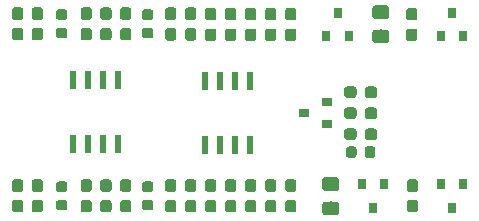
<source format=gbr>
G04 #@! TF.GenerationSoftware,KiCad,Pcbnew,(5.0.1)-3*
G04 #@! TF.CreationDate,2019-06-18T21:55:42-04:00*
G04 #@! TF.ProjectId,mars-aqua-adapter,6D6172732D617175612D616461707465,rev?*
G04 #@! TF.SameCoordinates,Original*
G04 #@! TF.FileFunction,Paste,Top*
G04 #@! TF.FilePolarity,Positive*
%FSLAX46Y46*%
G04 Gerber Fmt 4.6, Leading zero omitted, Abs format (unit mm)*
G04 Created by KiCad (PCBNEW (5.0.1)-3) date 6/18/2019 9:55:42 PM*
%MOMM*%
%LPD*%
G01*
G04 APERTURE LIST*
%ADD10R,0.900000X0.800000*%
%ADD11R,0.600000X1.550000*%
%ADD12C,0.100000*%
%ADD13C,0.950000*%
%ADD14C,1.150000*%
%ADD15R,0.800000X0.900000*%
%ADD16C,0.875000*%
G04 APERTURE END LIST*
D10*
G04 #@! TO.C,D1*
X140732000Y-95250000D03*
X142732000Y-94300000D03*
X142732000Y-96200000D03*
G04 #@! TD*
D11*
G04 #@! TO.C,U2*
X136155000Y-97950000D03*
X134885000Y-97950000D03*
X133615000Y-97950000D03*
X132345000Y-97950000D03*
X132345000Y-92550000D03*
X133615000Y-92550000D03*
X134885000Y-92550000D03*
X136155000Y-92550000D03*
G04 #@! TD*
D12*
G04 #@! TO.C,R10*
G36*
X136500779Y-102616144D02*
X136523834Y-102619563D01*
X136546443Y-102625227D01*
X136568387Y-102633079D01*
X136589457Y-102643044D01*
X136609448Y-102655026D01*
X136628168Y-102668910D01*
X136645438Y-102684562D01*
X136661090Y-102701832D01*
X136674974Y-102720552D01*
X136686956Y-102740543D01*
X136696921Y-102761613D01*
X136704773Y-102783557D01*
X136710437Y-102806166D01*
X136713856Y-102829221D01*
X136715000Y-102852500D01*
X136715000Y-103427500D01*
X136713856Y-103450779D01*
X136710437Y-103473834D01*
X136704773Y-103496443D01*
X136696921Y-103518387D01*
X136686956Y-103539457D01*
X136674974Y-103559448D01*
X136661090Y-103578168D01*
X136645438Y-103595438D01*
X136628168Y-103611090D01*
X136609448Y-103624974D01*
X136589457Y-103636956D01*
X136568387Y-103646921D01*
X136546443Y-103654773D01*
X136523834Y-103660437D01*
X136500779Y-103663856D01*
X136477500Y-103665000D01*
X136002500Y-103665000D01*
X135979221Y-103663856D01*
X135956166Y-103660437D01*
X135933557Y-103654773D01*
X135911613Y-103646921D01*
X135890543Y-103636956D01*
X135870552Y-103624974D01*
X135851832Y-103611090D01*
X135834562Y-103595438D01*
X135818910Y-103578168D01*
X135805026Y-103559448D01*
X135793044Y-103539457D01*
X135783079Y-103518387D01*
X135775227Y-103496443D01*
X135769563Y-103473834D01*
X135766144Y-103450779D01*
X135765000Y-103427500D01*
X135765000Y-102852500D01*
X135766144Y-102829221D01*
X135769563Y-102806166D01*
X135775227Y-102783557D01*
X135783079Y-102761613D01*
X135793044Y-102740543D01*
X135805026Y-102720552D01*
X135818910Y-102701832D01*
X135834562Y-102684562D01*
X135851832Y-102668910D01*
X135870552Y-102655026D01*
X135890543Y-102643044D01*
X135911613Y-102633079D01*
X135933557Y-102625227D01*
X135956166Y-102619563D01*
X135979221Y-102616144D01*
X136002500Y-102615000D01*
X136477500Y-102615000D01*
X136500779Y-102616144D01*
X136500779Y-102616144D01*
G37*
D13*
X136240000Y-103140000D03*
D12*
G36*
X136500779Y-100866144D02*
X136523834Y-100869563D01*
X136546443Y-100875227D01*
X136568387Y-100883079D01*
X136589457Y-100893044D01*
X136609448Y-100905026D01*
X136628168Y-100918910D01*
X136645438Y-100934562D01*
X136661090Y-100951832D01*
X136674974Y-100970552D01*
X136686956Y-100990543D01*
X136696921Y-101011613D01*
X136704773Y-101033557D01*
X136710437Y-101056166D01*
X136713856Y-101079221D01*
X136715000Y-101102500D01*
X136715000Y-101677500D01*
X136713856Y-101700779D01*
X136710437Y-101723834D01*
X136704773Y-101746443D01*
X136696921Y-101768387D01*
X136686956Y-101789457D01*
X136674974Y-101809448D01*
X136661090Y-101828168D01*
X136645438Y-101845438D01*
X136628168Y-101861090D01*
X136609448Y-101874974D01*
X136589457Y-101886956D01*
X136568387Y-101896921D01*
X136546443Y-101904773D01*
X136523834Y-101910437D01*
X136500779Y-101913856D01*
X136477500Y-101915000D01*
X136002500Y-101915000D01*
X135979221Y-101913856D01*
X135956166Y-101910437D01*
X135933557Y-101904773D01*
X135911613Y-101896921D01*
X135890543Y-101886956D01*
X135870552Y-101874974D01*
X135851832Y-101861090D01*
X135834562Y-101845438D01*
X135818910Y-101828168D01*
X135805026Y-101809448D01*
X135793044Y-101789457D01*
X135783079Y-101768387D01*
X135775227Y-101746443D01*
X135769563Y-101723834D01*
X135766144Y-101700779D01*
X135765000Y-101677500D01*
X135765000Y-101102500D01*
X135766144Y-101079221D01*
X135769563Y-101056166D01*
X135775227Y-101033557D01*
X135783079Y-101011613D01*
X135793044Y-100990543D01*
X135805026Y-100970552D01*
X135818910Y-100951832D01*
X135834562Y-100934562D01*
X135851832Y-100918910D01*
X135870552Y-100905026D01*
X135890543Y-100893044D01*
X135911613Y-100883079D01*
X135933557Y-100875227D01*
X135956166Y-100869563D01*
X135979221Y-100866144D01*
X136002500Y-100865000D01*
X136477500Y-100865000D01*
X136500779Y-100866144D01*
X136500779Y-100866144D01*
G37*
D13*
X136240000Y-101390000D03*
G04 #@! TD*
D12*
G04 #@! TO.C,R14*
G36*
X116760779Y-88050284D02*
X116783834Y-88053703D01*
X116806443Y-88059367D01*
X116828387Y-88067219D01*
X116849457Y-88077184D01*
X116869448Y-88089166D01*
X116888168Y-88103050D01*
X116905438Y-88118702D01*
X116921090Y-88135972D01*
X116934974Y-88154692D01*
X116946956Y-88174683D01*
X116956921Y-88195753D01*
X116964773Y-88217697D01*
X116970437Y-88240306D01*
X116973856Y-88263361D01*
X116975000Y-88286640D01*
X116975000Y-88861640D01*
X116973856Y-88884919D01*
X116970437Y-88907974D01*
X116964773Y-88930583D01*
X116956921Y-88952527D01*
X116946956Y-88973597D01*
X116934974Y-88993588D01*
X116921090Y-89012308D01*
X116905438Y-89029578D01*
X116888168Y-89045230D01*
X116869448Y-89059114D01*
X116849457Y-89071096D01*
X116828387Y-89081061D01*
X116806443Y-89088913D01*
X116783834Y-89094577D01*
X116760779Y-89097996D01*
X116737500Y-89099140D01*
X116262500Y-89099140D01*
X116239221Y-89097996D01*
X116216166Y-89094577D01*
X116193557Y-89088913D01*
X116171613Y-89081061D01*
X116150543Y-89071096D01*
X116130552Y-89059114D01*
X116111832Y-89045230D01*
X116094562Y-89029578D01*
X116078910Y-89012308D01*
X116065026Y-88993588D01*
X116053044Y-88973597D01*
X116043079Y-88952527D01*
X116035227Y-88930583D01*
X116029563Y-88907974D01*
X116026144Y-88884919D01*
X116025000Y-88861640D01*
X116025000Y-88286640D01*
X116026144Y-88263361D01*
X116029563Y-88240306D01*
X116035227Y-88217697D01*
X116043079Y-88195753D01*
X116053044Y-88174683D01*
X116065026Y-88154692D01*
X116078910Y-88135972D01*
X116094562Y-88118702D01*
X116111832Y-88103050D01*
X116130552Y-88089166D01*
X116150543Y-88077184D01*
X116171613Y-88067219D01*
X116193557Y-88059367D01*
X116216166Y-88053703D01*
X116239221Y-88050284D01*
X116262500Y-88049140D01*
X116737500Y-88049140D01*
X116760779Y-88050284D01*
X116760779Y-88050284D01*
G37*
D13*
X116500000Y-88574140D03*
D12*
G36*
X116760779Y-86300284D02*
X116783834Y-86303703D01*
X116806443Y-86309367D01*
X116828387Y-86317219D01*
X116849457Y-86327184D01*
X116869448Y-86339166D01*
X116888168Y-86353050D01*
X116905438Y-86368702D01*
X116921090Y-86385972D01*
X116934974Y-86404692D01*
X116946956Y-86424683D01*
X116956921Y-86445753D01*
X116964773Y-86467697D01*
X116970437Y-86490306D01*
X116973856Y-86513361D01*
X116975000Y-86536640D01*
X116975000Y-87111640D01*
X116973856Y-87134919D01*
X116970437Y-87157974D01*
X116964773Y-87180583D01*
X116956921Y-87202527D01*
X116946956Y-87223597D01*
X116934974Y-87243588D01*
X116921090Y-87262308D01*
X116905438Y-87279578D01*
X116888168Y-87295230D01*
X116869448Y-87309114D01*
X116849457Y-87321096D01*
X116828387Y-87331061D01*
X116806443Y-87338913D01*
X116783834Y-87344577D01*
X116760779Y-87347996D01*
X116737500Y-87349140D01*
X116262500Y-87349140D01*
X116239221Y-87347996D01*
X116216166Y-87344577D01*
X116193557Y-87338913D01*
X116171613Y-87331061D01*
X116150543Y-87321096D01*
X116130552Y-87309114D01*
X116111832Y-87295230D01*
X116094562Y-87279578D01*
X116078910Y-87262308D01*
X116065026Y-87243588D01*
X116053044Y-87223597D01*
X116043079Y-87202527D01*
X116035227Y-87180583D01*
X116029563Y-87157974D01*
X116026144Y-87134919D01*
X116025000Y-87111640D01*
X116025000Y-86536640D01*
X116026144Y-86513361D01*
X116029563Y-86490306D01*
X116035227Y-86467697D01*
X116043079Y-86445753D01*
X116053044Y-86424683D01*
X116065026Y-86404692D01*
X116078910Y-86385972D01*
X116094562Y-86368702D01*
X116111832Y-86353050D01*
X116130552Y-86339166D01*
X116150543Y-86327184D01*
X116171613Y-86317219D01*
X116193557Y-86309367D01*
X116216166Y-86303703D01*
X116239221Y-86300284D01*
X116262500Y-86299140D01*
X116737500Y-86299140D01*
X116760779Y-86300284D01*
X116760779Y-86300284D01*
G37*
D13*
X116500000Y-86824140D03*
G04 #@! TD*
D12*
G04 #@! TO.C,R1*
G36*
X116760779Y-102616144D02*
X116783834Y-102619563D01*
X116806443Y-102625227D01*
X116828387Y-102633079D01*
X116849457Y-102643044D01*
X116869448Y-102655026D01*
X116888168Y-102668910D01*
X116905438Y-102684562D01*
X116921090Y-102701832D01*
X116934974Y-102720552D01*
X116946956Y-102740543D01*
X116956921Y-102761613D01*
X116964773Y-102783557D01*
X116970437Y-102806166D01*
X116973856Y-102829221D01*
X116975000Y-102852500D01*
X116975000Y-103427500D01*
X116973856Y-103450779D01*
X116970437Y-103473834D01*
X116964773Y-103496443D01*
X116956921Y-103518387D01*
X116946956Y-103539457D01*
X116934974Y-103559448D01*
X116921090Y-103578168D01*
X116905438Y-103595438D01*
X116888168Y-103611090D01*
X116869448Y-103624974D01*
X116849457Y-103636956D01*
X116828387Y-103646921D01*
X116806443Y-103654773D01*
X116783834Y-103660437D01*
X116760779Y-103663856D01*
X116737500Y-103665000D01*
X116262500Y-103665000D01*
X116239221Y-103663856D01*
X116216166Y-103660437D01*
X116193557Y-103654773D01*
X116171613Y-103646921D01*
X116150543Y-103636956D01*
X116130552Y-103624974D01*
X116111832Y-103611090D01*
X116094562Y-103595438D01*
X116078910Y-103578168D01*
X116065026Y-103559448D01*
X116053044Y-103539457D01*
X116043079Y-103518387D01*
X116035227Y-103496443D01*
X116029563Y-103473834D01*
X116026144Y-103450779D01*
X116025000Y-103427500D01*
X116025000Y-102852500D01*
X116026144Y-102829221D01*
X116029563Y-102806166D01*
X116035227Y-102783557D01*
X116043079Y-102761613D01*
X116053044Y-102740543D01*
X116065026Y-102720552D01*
X116078910Y-102701832D01*
X116094562Y-102684562D01*
X116111832Y-102668910D01*
X116130552Y-102655026D01*
X116150543Y-102643044D01*
X116171613Y-102633079D01*
X116193557Y-102625227D01*
X116216166Y-102619563D01*
X116239221Y-102616144D01*
X116262500Y-102615000D01*
X116737500Y-102615000D01*
X116760779Y-102616144D01*
X116760779Y-102616144D01*
G37*
D13*
X116500000Y-103140000D03*
D12*
G36*
X116760779Y-100866144D02*
X116783834Y-100869563D01*
X116806443Y-100875227D01*
X116828387Y-100883079D01*
X116849457Y-100893044D01*
X116869448Y-100905026D01*
X116888168Y-100918910D01*
X116905438Y-100934562D01*
X116921090Y-100951832D01*
X116934974Y-100970552D01*
X116946956Y-100990543D01*
X116956921Y-101011613D01*
X116964773Y-101033557D01*
X116970437Y-101056166D01*
X116973856Y-101079221D01*
X116975000Y-101102500D01*
X116975000Y-101677500D01*
X116973856Y-101700779D01*
X116970437Y-101723834D01*
X116964773Y-101746443D01*
X116956921Y-101768387D01*
X116946956Y-101789457D01*
X116934974Y-101809448D01*
X116921090Y-101828168D01*
X116905438Y-101845438D01*
X116888168Y-101861090D01*
X116869448Y-101874974D01*
X116849457Y-101886956D01*
X116828387Y-101896921D01*
X116806443Y-101904773D01*
X116783834Y-101910437D01*
X116760779Y-101913856D01*
X116737500Y-101915000D01*
X116262500Y-101915000D01*
X116239221Y-101913856D01*
X116216166Y-101910437D01*
X116193557Y-101904773D01*
X116171613Y-101896921D01*
X116150543Y-101886956D01*
X116130552Y-101874974D01*
X116111832Y-101861090D01*
X116094562Y-101845438D01*
X116078910Y-101828168D01*
X116065026Y-101809448D01*
X116053044Y-101789457D01*
X116043079Y-101768387D01*
X116035227Y-101746443D01*
X116029563Y-101723834D01*
X116026144Y-101700779D01*
X116025000Y-101677500D01*
X116025000Y-101102500D01*
X116026144Y-101079221D01*
X116029563Y-101056166D01*
X116035227Y-101033557D01*
X116043079Y-101011613D01*
X116053044Y-100990543D01*
X116065026Y-100970552D01*
X116078910Y-100951832D01*
X116094562Y-100934562D01*
X116111832Y-100918910D01*
X116130552Y-100905026D01*
X116150543Y-100893044D01*
X116171613Y-100883079D01*
X116193557Y-100875227D01*
X116216166Y-100869563D01*
X116239221Y-100866144D01*
X116262500Y-100865000D01*
X116737500Y-100865000D01*
X116760779Y-100866144D01*
X116760779Y-100866144D01*
G37*
D13*
X116500000Y-101390000D03*
G04 #@! TD*
D12*
G04 #@! TO.C,R15*
G36*
X118435159Y-88050284D02*
X118458214Y-88053703D01*
X118480823Y-88059367D01*
X118502767Y-88067219D01*
X118523837Y-88077184D01*
X118543828Y-88089166D01*
X118562548Y-88103050D01*
X118579818Y-88118702D01*
X118595470Y-88135972D01*
X118609354Y-88154692D01*
X118621336Y-88174683D01*
X118631301Y-88195753D01*
X118639153Y-88217697D01*
X118644817Y-88240306D01*
X118648236Y-88263361D01*
X118649380Y-88286640D01*
X118649380Y-88861640D01*
X118648236Y-88884919D01*
X118644817Y-88907974D01*
X118639153Y-88930583D01*
X118631301Y-88952527D01*
X118621336Y-88973597D01*
X118609354Y-88993588D01*
X118595470Y-89012308D01*
X118579818Y-89029578D01*
X118562548Y-89045230D01*
X118543828Y-89059114D01*
X118523837Y-89071096D01*
X118502767Y-89081061D01*
X118480823Y-89088913D01*
X118458214Y-89094577D01*
X118435159Y-89097996D01*
X118411880Y-89099140D01*
X117936880Y-89099140D01*
X117913601Y-89097996D01*
X117890546Y-89094577D01*
X117867937Y-89088913D01*
X117845993Y-89081061D01*
X117824923Y-89071096D01*
X117804932Y-89059114D01*
X117786212Y-89045230D01*
X117768942Y-89029578D01*
X117753290Y-89012308D01*
X117739406Y-88993588D01*
X117727424Y-88973597D01*
X117717459Y-88952527D01*
X117709607Y-88930583D01*
X117703943Y-88907974D01*
X117700524Y-88884919D01*
X117699380Y-88861640D01*
X117699380Y-88286640D01*
X117700524Y-88263361D01*
X117703943Y-88240306D01*
X117709607Y-88217697D01*
X117717459Y-88195753D01*
X117727424Y-88174683D01*
X117739406Y-88154692D01*
X117753290Y-88135972D01*
X117768942Y-88118702D01*
X117786212Y-88103050D01*
X117804932Y-88089166D01*
X117824923Y-88077184D01*
X117845993Y-88067219D01*
X117867937Y-88059367D01*
X117890546Y-88053703D01*
X117913601Y-88050284D01*
X117936880Y-88049140D01*
X118411880Y-88049140D01*
X118435159Y-88050284D01*
X118435159Y-88050284D01*
G37*
D13*
X118174380Y-88574140D03*
D12*
G36*
X118435159Y-86300284D02*
X118458214Y-86303703D01*
X118480823Y-86309367D01*
X118502767Y-86317219D01*
X118523837Y-86327184D01*
X118543828Y-86339166D01*
X118562548Y-86353050D01*
X118579818Y-86368702D01*
X118595470Y-86385972D01*
X118609354Y-86404692D01*
X118621336Y-86424683D01*
X118631301Y-86445753D01*
X118639153Y-86467697D01*
X118644817Y-86490306D01*
X118648236Y-86513361D01*
X118649380Y-86536640D01*
X118649380Y-87111640D01*
X118648236Y-87134919D01*
X118644817Y-87157974D01*
X118639153Y-87180583D01*
X118631301Y-87202527D01*
X118621336Y-87223597D01*
X118609354Y-87243588D01*
X118595470Y-87262308D01*
X118579818Y-87279578D01*
X118562548Y-87295230D01*
X118543828Y-87309114D01*
X118523837Y-87321096D01*
X118502767Y-87331061D01*
X118480823Y-87338913D01*
X118458214Y-87344577D01*
X118435159Y-87347996D01*
X118411880Y-87349140D01*
X117936880Y-87349140D01*
X117913601Y-87347996D01*
X117890546Y-87344577D01*
X117867937Y-87338913D01*
X117845993Y-87331061D01*
X117824923Y-87321096D01*
X117804932Y-87309114D01*
X117786212Y-87295230D01*
X117768942Y-87279578D01*
X117753290Y-87262308D01*
X117739406Y-87243588D01*
X117727424Y-87223597D01*
X117717459Y-87202527D01*
X117709607Y-87180583D01*
X117703943Y-87157974D01*
X117700524Y-87134919D01*
X117699380Y-87111640D01*
X117699380Y-86536640D01*
X117700524Y-86513361D01*
X117703943Y-86490306D01*
X117709607Y-86467697D01*
X117717459Y-86445753D01*
X117727424Y-86424683D01*
X117739406Y-86404692D01*
X117753290Y-86385972D01*
X117768942Y-86368702D01*
X117786212Y-86353050D01*
X117804932Y-86339166D01*
X117824923Y-86327184D01*
X117845993Y-86317219D01*
X117867937Y-86309367D01*
X117890546Y-86303703D01*
X117913601Y-86300284D01*
X117936880Y-86299140D01*
X118411880Y-86299140D01*
X118435159Y-86300284D01*
X118435159Y-86300284D01*
G37*
D13*
X118174380Y-86824140D03*
G04 #@! TD*
D12*
G04 #@! TO.C,R2*
G36*
X118435159Y-102616144D02*
X118458214Y-102619563D01*
X118480823Y-102625227D01*
X118502767Y-102633079D01*
X118523837Y-102643044D01*
X118543828Y-102655026D01*
X118562548Y-102668910D01*
X118579818Y-102684562D01*
X118595470Y-102701832D01*
X118609354Y-102720552D01*
X118621336Y-102740543D01*
X118631301Y-102761613D01*
X118639153Y-102783557D01*
X118644817Y-102806166D01*
X118648236Y-102829221D01*
X118649380Y-102852500D01*
X118649380Y-103427500D01*
X118648236Y-103450779D01*
X118644817Y-103473834D01*
X118639153Y-103496443D01*
X118631301Y-103518387D01*
X118621336Y-103539457D01*
X118609354Y-103559448D01*
X118595470Y-103578168D01*
X118579818Y-103595438D01*
X118562548Y-103611090D01*
X118543828Y-103624974D01*
X118523837Y-103636956D01*
X118502767Y-103646921D01*
X118480823Y-103654773D01*
X118458214Y-103660437D01*
X118435159Y-103663856D01*
X118411880Y-103665000D01*
X117936880Y-103665000D01*
X117913601Y-103663856D01*
X117890546Y-103660437D01*
X117867937Y-103654773D01*
X117845993Y-103646921D01*
X117824923Y-103636956D01*
X117804932Y-103624974D01*
X117786212Y-103611090D01*
X117768942Y-103595438D01*
X117753290Y-103578168D01*
X117739406Y-103559448D01*
X117727424Y-103539457D01*
X117717459Y-103518387D01*
X117709607Y-103496443D01*
X117703943Y-103473834D01*
X117700524Y-103450779D01*
X117699380Y-103427500D01*
X117699380Y-102852500D01*
X117700524Y-102829221D01*
X117703943Y-102806166D01*
X117709607Y-102783557D01*
X117717459Y-102761613D01*
X117727424Y-102740543D01*
X117739406Y-102720552D01*
X117753290Y-102701832D01*
X117768942Y-102684562D01*
X117786212Y-102668910D01*
X117804932Y-102655026D01*
X117824923Y-102643044D01*
X117845993Y-102633079D01*
X117867937Y-102625227D01*
X117890546Y-102619563D01*
X117913601Y-102616144D01*
X117936880Y-102615000D01*
X118411880Y-102615000D01*
X118435159Y-102616144D01*
X118435159Y-102616144D01*
G37*
D13*
X118174380Y-103140000D03*
D12*
G36*
X118435159Y-100866144D02*
X118458214Y-100869563D01*
X118480823Y-100875227D01*
X118502767Y-100883079D01*
X118523837Y-100893044D01*
X118543828Y-100905026D01*
X118562548Y-100918910D01*
X118579818Y-100934562D01*
X118595470Y-100951832D01*
X118609354Y-100970552D01*
X118621336Y-100990543D01*
X118631301Y-101011613D01*
X118639153Y-101033557D01*
X118644817Y-101056166D01*
X118648236Y-101079221D01*
X118649380Y-101102500D01*
X118649380Y-101677500D01*
X118648236Y-101700779D01*
X118644817Y-101723834D01*
X118639153Y-101746443D01*
X118631301Y-101768387D01*
X118621336Y-101789457D01*
X118609354Y-101809448D01*
X118595470Y-101828168D01*
X118579818Y-101845438D01*
X118562548Y-101861090D01*
X118543828Y-101874974D01*
X118523837Y-101886956D01*
X118502767Y-101896921D01*
X118480823Y-101904773D01*
X118458214Y-101910437D01*
X118435159Y-101913856D01*
X118411880Y-101915000D01*
X117936880Y-101915000D01*
X117913601Y-101913856D01*
X117890546Y-101910437D01*
X117867937Y-101904773D01*
X117845993Y-101896921D01*
X117824923Y-101886956D01*
X117804932Y-101874974D01*
X117786212Y-101861090D01*
X117768942Y-101845438D01*
X117753290Y-101828168D01*
X117739406Y-101809448D01*
X117727424Y-101789457D01*
X117717459Y-101768387D01*
X117709607Y-101746443D01*
X117703943Y-101723834D01*
X117700524Y-101700779D01*
X117699380Y-101677500D01*
X117699380Y-101102500D01*
X117700524Y-101079221D01*
X117703943Y-101056166D01*
X117709607Y-101033557D01*
X117717459Y-101011613D01*
X117727424Y-100990543D01*
X117739406Y-100970552D01*
X117753290Y-100951832D01*
X117768942Y-100934562D01*
X117786212Y-100918910D01*
X117804932Y-100905026D01*
X117824923Y-100893044D01*
X117845993Y-100883079D01*
X117867937Y-100875227D01*
X117890546Y-100869563D01*
X117913601Y-100866144D01*
X117936880Y-100865000D01*
X118411880Y-100865000D01*
X118435159Y-100866144D01*
X118435159Y-100866144D01*
G37*
D13*
X118174380Y-101390000D03*
G04 #@! TD*
D12*
G04 #@! TO.C,R17*
G36*
X124238299Y-88050284D02*
X124261354Y-88053703D01*
X124283963Y-88059367D01*
X124305907Y-88067219D01*
X124326977Y-88077184D01*
X124346968Y-88089166D01*
X124365688Y-88103050D01*
X124382958Y-88118702D01*
X124398610Y-88135972D01*
X124412494Y-88154692D01*
X124424476Y-88174683D01*
X124434441Y-88195753D01*
X124442293Y-88217697D01*
X124447957Y-88240306D01*
X124451376Y-88263361D01*
X124452520Y-88286640D01*
X124452520Y-88861640D01*
X124451376Y-88884919D01*
X124447957Y-88907974D01*
X124442293Y-88930583D01*
X124434441Y-88952527D01*
X124424476Y-88973597D01*
X124412494Y-88993588D01*
X124398610Y-89012308D01*
X124382958Y-89029578D01*
X124365688Y-89045230D01*
X124346968Y-89059114D01*
X124326977Y-89071096D01*
X124305907Y-89081061D01*
X124283963Y-89088913D01*
X124261354Y-89094577D01*
X124238299Y-89097996D01*
X124215020Y-89099140D01*
X123740020Y-89099140D01*
X123716741Y-89097996D01*
X123693686Y-89094577D01*
X123671077Y-89088913D01*
X123649133Y-89081061D01*
X123628063Y-89071096D01*
X123608072Y-89059114D01*
X123589352Y-89045230D01*
X123572082Y-89029578D01*
X123556430Y-89012308D01*
X123542546Y-88993588D01*
X123530564Y-88973597D01*
X123520599Y-88952527D01*
X123512747Y-88930583D01*
X123507083Y-88907974D01*
X123503664Y-88884919D01*
X123502520Y-88861640D01*
X123502520Y-88286640D01*
X123503664Y-88263361D01*
X123507083Y-88240306D01*
X123512747Y-88217697D01*
X123520599Y-88195753D01*
X123530564Y-88174683D01*
X123542546Y-88154692D01*
X123556430Y-88135972D01*
X123572082Y-88118702D01*
X123589352Y-88103050D01*
X123608072Y-88089166D01*
X123628063Y-88077184D01*
X123649133Y-88067219D01*
X123671077Y-88059367D01*
X123693686Y-88053703D01*
X123716741Y-88050284D01*
X123740020Y-88049140D01*
X124215020Y-88049140D01*
X124238299Y-88050284D01*
X124238299Y-88050284D01*
G37*
D13*
X123977520Y-88574140D03*
D12*
G36*
X124238299Y-86300284D02*
X124261354Y-86303703D01*
X124283963Y-86309367D01*
X124305907Y-86317219D01*
X124326977Y-86327184D01*
X124346968Y-86339166D01*
X124365688Y-86353050D01*
X124382958Y-86368702D01*
X124398610Y-86385972D01*
X124412494Y-86404692D01*
X124424476Y-86424683D01*
X124434441Y-86445753D01*
X124442293Y-86467697D01*
X124447957Y-86490306D01*
X124451376Y-86513361D01*
X124452520Y-86536640D01*
X124452520Y-87111640D01*
X124451376Y-87134919D01*
X124447957Y-87157974D01*
X124442293Y-87180583D01*
X124434441Y-87202527D01*
X124424476Y-87223597D01*
X124412494Y-87243588D01*
X124398610Y-87262308D01*
X124382958Y-87279578D01*
X124365688Y-87295230D01*
X124346968Y-87309114D01*
X124326977Y-87321096D01*
X124305907Y-87331061D01*
X124283963Y-87338913D01*
X124261354Y-87344577D01*
X124238299Y-87347996D01*
X124215020Y-87349140D01*
X123740020Y-87349140D01*
X123716741Y-87347996D01*
X123693686Y-87344577D01*
X123671077Y-87338913D01*
X123649133Y-87331061D01*
X123628063Y-87321096D01*
X123608072Y-87309114D01*
X123589352Y-87295230D01*
X123572082Y-87279578D01*
X123556430Y-87262308D01*
X123542546Y-87243588D01*
X123530564Y-87223597D01*
X123520599Y-87202527D01*
X123512747Y-87180583D01*
X123507083Y-87157974D01*
X123503664Y-87134919D01*
X123502520Y-87111640D01*
X123502520Y-86536640D01*
X123503664Y-86513361D01*
X123507083Y-86490306D01*
X123512747Y-86467697D01*
X123520599Y-86445753D01*
X123530564Y-86424683D01*
X123542546Y-86404692D01*
X123556430Y-86385972D01*
X123572082Y-86368702D01*
X123589352Y-86353050D01*
X123608072Y-86339166D01*
X123628063Y-86327184D01*
X123649133Y-86317219D01*
X123671077Y-86309367D01*
X123693686Y-86303703D01*
X123716741Y-86300284D01*
X123740020Y-86299140D01*
X124215020Y-86299140D01*
X124238299Y-86300284D01*
X124238299Y-86300284D01*
G37*
D13*
X123977520Y-86824140D03*
G04 #@! TD*
D12*
G04 #@! TO.C,R3*
G36*
X122563919Y-102616144D02*
X122586974Y-102619563D01*
X122609583Y-102625227D01*
X122631527Y-102633079D01*
X122652597Y-102643044D01*
X122672588Y-102655026D01*
X122691308Y-102668910D01*
X122708578Y-102684562D01*
X122724230Y-102701832D01*
X122738114Y-102720552D01*
X122750096Y-102740543D01*
X122760061Y-102761613D01*
X122767913Y-102783557D01*
X122773577Y-102806166D01*
X122776996Y-102829221D01*
X122778140Y-102852500D01*
X122778140Y-103427500D01*
X122776996Y-103450779D01*
X122773577Y-103473834D01*
X122767913Y-103496443D01*
X122760061Y-103518387D01*
X122750096Y-103539457D01*
X122738114Y-103559448D01*
X122724230Y-103578168D01*
X122708578Y-103595438D01*
X122691308Y-103611090D01*
X122672588Y-103624974D01*
X122652597Y-103636956D01*
X122631527Y-103646921D01*
X122609583Y-103654773D01*
X122586974Y-103660437D01*
X122563919Y-103663856D01*
X122540640Y-103665000D01*
X122065640Y-103665000D01*
X122042361Y-103663856D01*
X122019306Y-103660437D01*
X121996697Y-103654773D01*
X121974753Y-103646921D01*
X121953683Y-103636956D01*
X121933692Y-103624974D01*
X121914972Y-103611090D01*
X121897702Y-103595438D01*
X121882050Y-103578168D01*
X121868166Y-103559448D01*
X121856184Y-103539457D01*
X121846219Y-103518387D01*
X121838367Y-103496443D01*
X121832703Y-103473834D01*
X121829284Y-103450779D01*
X121828140Y-103427500D01*
X121828140Y-102852500D01*
X121829284Y-102829221D01*
X121832703Y-102806166D01*
X121838367Y-102783557D01*
X121846219Y-102761613D01*
X121856184Y-102740543D01*
X121868166Y-102720552D01*
X121882050Y-102701832D01*
X121897702Y-102684562D01*
X121914972Y-102668910D01*
X121933692Y-102655026D01*
X121953683Y-102643044D01*
X121974753Y-102633079D01*
X121996697Y-102625227D01*
X122019306Y-102619563D01*
X122042361Y-102616144D01*
X122065640Y-102615000D01*
X122540640Y-102615000D01*
X122563919Y-102616144D01*
X122563919Y-102616144D01*
G37*
D13*
X122303140Y-103140000D03*
D12*
G36*
X122563919Y-100866144D02*
X122586974Y-100869563D01*
X122609583Y-100875227D01*
X122631527Y-100883079D01*
X122652597Y-100893044D01*
X122672588Y-100905026D01*
X122691308Y-100918910D01*
X122708578Y-100934562D01*
X122724230Y-100951832D01*
X122738114Y-100970552D01*
X122750096Y-100990543D01*
X122760061Y-101011613D01*
X122767913Y-101033557D01*
X122773577Y-101056166D01*
X122776996Y-101079221D01*
X122778140Y-101102500D01*
X122778140Y-101677500D01*
X122776996Y-101700779D01*
X122773577Y-101723834D01*
X122767913Y-101746443D01*
X122760061Y-101768387D01*
X122750096Y-101789457D01*
X122738114Y-101809448D01*
X122724230Y-101828168D01*
X122708578Y-101845438D01*
X122691308Y-101861090D01*
X122672588Y-101874974D01*
X122652597Y-101886956D01*
X122631527Y-101896921D01*
X122609583Y-101904773D01*
X122586974Y-101910437D01*
X122563919Y-101913856D01*
X122540640Y-101915000D01*
X122065640Y-101915000D01*
X122042361Y-101913856D01*
X122019306Y-101910437D01*
X121996697Y-101904773D01*
X121974753Y-101896921D01*
X121953683Y-101886956D01*
X121933692Y-101874974D01*
X121914972Y-101861090D01*
X121897702Y-101845438D01*
X121882050Y-101828168D01*
X121868166Y-101809448D01*
X121856184Y-101789457D01*
X121846219Y-101768387D01*
X121838367Y-101746443D01*
X121832703Y-101723834D01*
X121829284Y-101700779D01*
X121828140Y-101677500D01*
X121828140Y-101102500D01*
X121829284Y-101079221D01*
X121832703Y-101056166D01*
X121838367Y-101033557D01*
X121846219Y-101011613D01*
X121856184Y-100990543D01*
X121868166Y-100970552D01*
X121882050Y-100951832D01*
X121897702Y-100934562D01*
X121914972Y-100918910D01*
X121933692Y-100905026D01*
X121953683Y-100893044D01*
X121974753Y-100883079D01*
X121996697Y-100875227D01*
X122019306Y-100869563D01*
X122042361Y-100866144D01*
X122065640Y-100865000D01*
X122540640Y-100865000D01*
X122563919Y-100866144D01*
X122563919Y-100866144D01*
G37*
D13*
X122303140Y-101390000D03*
G04 #@! TD*
D12*
G04 #@! TO.C,R18*
G36*
X125912679Y-88050284D02*
X125935734Y-88053703D01*
X125958343Y-88059367D01*
X125980287Y-88067219D01*
X126001357Y-88077184D01*
X126021348Y-88089166D01*
X126040068Y-88103050D01*
X126057338Y-88118702D01*
X126072990Y-88135972D01*
X126086874Y-88154692D01*
X126098856Y-88174683D01*
X126108821Y-88195753D01*
X126116673Y-88217697D01*
X126122337Y-88240306D01*
X126125756Y-88263361D01*
X126126900Y-88286640D01*
X126126900Y-88861640D01*
X126125756Y-88884919D01*
X126122337Y-88907974D01*
X126116673Y-88930583D01*
X126108821Y-88952527D01*
X126098856Y-88973597D01*
X126086874Y-88993588D01*
X126072990Y-89012308D01*
X126057338Y-89029578D01*
X126040068Y-89045230D01*
X126021348Y-89059114D01*
X126001357Y-89071096D01*
X125980287Y-89081061D01*
X125958343Y-89088913D01*
X125935734Y-89094577D01*
X125912679Y-89097996D01*
X125889400Y-89099140D01*
X125414400Y-89099140D01*
X125391121Y-89097996D01*
X125368066Y-89094577D01*
X125345457Y-89088913D01*
X125323513Y-89081061D01*
X125302443Y-89071096D01*
X125282452Y-89059114D01*
X125263732Y-89045230D01*
X125246462Y-89029578D01*
X125230810Y-89012308D01*
X125216926Y-88993588D01*
X125204944Y-88973597D01*
X125194979Y-88952527D01*
X125187127Y-88930583D01*
X125181463Y-88907974D01*
X125178044Y-88884919D01*
X125176900Y-88861640D01*
X125176900Y-88286640D01*
X125178044Y-88263361D01*
X125181463Y-88240306D01*
X125187127Y-88217697D01*
X125194979Y-88195753D01*
X125204944Y-88174683D01*
X125216926Y-88154692D01*
X125230810Y-88135972D01*
X125246462Y-88118702D01*
X125263732Y-88103050D01*
X125282452Y-88089166D01*
X125302443Y-88077184D01*
X125323513Y-88067219D01*
X125345457Y-88059367D01*
X125368066Y-88053703D01*
X125391121Y-88050284D01*
X125414400Y-88049140D01*
X125889400Y-88049140D01*
X125912679Y-88050284D01*
X125912679Y-88050284D01*
G37*
D13*
X125651900Y-88574140D03*
D12*
G36*
X125912679Y-86300284D02*
X125935734Y-86303703D01*
X125958343Y-86309367D01*
X125980287Y-86317219D01*
X126001357Y-86327184D01*
X126021348Y-86339166D01*
X126040068Y-86353050D01*
X126057338Y-86368702D01*
X126072990Y-86385972D01*
X126086874Y-86404692D01*
X126098856Y-86424683D01*
X126108821Y-86445753D01*
X126116673Y-86467697D01*
X126122337Y-86490306D01*
X126125756Y-86513361D01*
X126126900Y-86536640D01*
X126126900Y-87111640D01*
X126125756Y-87134919D01*
X126122337Y-87157974D01*
X126116673Y-87180583D01*
X126108821Y-87202527D01*
X126098856Y-87223597D01*
X126086874Y-87243588D01*
X126072990Y-87262308D01*
X126057338Y-87279578D01*
X126040068Y-87295230D01*
X126021348Y-87309114D01*
X126001357Y-87321096D01*
X125980287Y-87331061D01*
X125958343Y-87338913D01*
X125935734Y-87344577D01*
X125912679Y-87347996D01*
X125889400Y-87349140D01*
X125414400Y-87349140D01*
X125391121Y-87347996D01*
X125368066Y-87344577D01*
X125345457Y-87338913D01*
X125323513Y-87331061D01*
X125302443Y-87321096D01*
X125282452Y-87309114D01*
X125263732Y-87295230D01*
X125246462Y-87279578D01*
X125230810Y-87262308D01*
X125216926Y-87243588D01*
X125204944Y-87223597D01*
X125194979Y-87202527D01*
X125187127Y-87180583D01*
X125181463Y-87157974D01*
X125178044Y-87134919D01*
X125176900Y-87111640D01*
X125176900Y-86536640D01*
X125178044Y-86513361D01*
X125181463Y-86490306D01*
X125187127Y-86467697D01*
X125194979Y-86445753D01*
X125204944Y-86424683D01*
X125216926Y-86404692D01*
X125230810Y-86385972D01*
X125246462Y-86368702D01*
X125263732Y-86353050D01*
X125282452Y-86339166D01*
X125302443Y-86327184D01*
X125323513Y-86317219D01*
X125345457Y-86309367D01*
X125368066Y-86303703D01*
X125391121Y-86300284D01*
X125414400Y-86299140D01*
X125889400Y-86299140D01*
X125912679Y-86300284D01*
X125912679Y-86300284D01*
G37*
D13*
X125651900Y-86824140D03*
G04 #@! TD*
D12*
G04 #@! TO.C,R5*
G36*
X125912679Y-102616144D02*
X125935734Y-102619563D01*
X125958343Y-102625227D01*
X125980287Y-102633079D01*
X126001357Y-102643044D01*
X126021348Y-102655026D01*
X126040068Y-102668910D01*
X126057338Y-102684562D01*
X126072990Y-102701832D01*
X126086874Y-102720552D01*
X126098856Y-102740543D01*
X126108821Y-102761613D01*
X126116673Y-102783557D01*
X126122337Y-102806166D01*
X126125756Y-102829221D01*
X126126900Y-102852500D01*
X126126900Y-103427500D01*
X126125756Y-103450779D01*
X126122337Y-103473834D01*
X126116673Y-103496443D01*
X126108821Y-103518387D01*
X126098856Y-103539457D01*
X126086874Y-103559448D01*
X126072990Y-103578168D01*
X126057338Y-103595438D01*
X126040068Y-103611090D01*
X126021348Y-103624974D01*
X126001357Y-103636956D01*
X125980287Y-103646921D01*
X125958343Y-103654773D01*
X125935734Y-103660437D01*
X125912679Y-103663856D01*
X125889400Y-103665000D01*
X125414400Y-103665000D01*
X125391121Y-103663856D01*
X125368066Y-103660437D01*
X125345457Y-103654773D01*
X125323513Y-103646921D01*
X125302443Y-103636956D01*
X125282452Y-103624974D01*
X125263732Y-103611090D01*
X125246462Y-103595438D01*
X125230810Y-103578168D01*
X125216926Y-103559448D01*
X125204944Y-103539457D01*
X125194979Y-103518387D01*
X125187127Y-103496443D01*
X125181463Y-103473834D01*
X125178044Y-103450779D01*
X125176900Y-103427500D01*
X125176900Y-102852500D01*
X125178044Y-102829221D01*
X125181463Y-102806166D01*
X125187127Y-102783557D01*
X125194979Y-102761613D01*
X125204944Y-102740543D01*
X125216926Y-102720552D01*
X125230810Y-102701832D01*
X125246462Y-102684562D01*
X125263732Y-102668910D01*
X125282452Y-102655026D01*
X125302443Y-102643044D01*
X125323513Y-102633079D01*
X125345457Y-102625227D01*
X125368066Y-102619563D01*
X125391121Y-102616144D01*
X125414400Y-102615000D01*
X125889400Y-102615000D01*
X125912679Y-102616144D01*
X125912679Y-102616144D01*
G37*
D13*
X125651900Y-103140000D03*
D12*
G36*
X125912679Y-100866144D02*
X125935734Y-100869563D01*
X125958343Y-100875227D01*
X125980287Y-100883079D01*
X126001357Y-100893044D01*
X126021348Y-100905026D01*
X126040068Y-100918910D01*
X126057338Y-100934562D01*
X126072990Y-100951832D01*
X126086874Y-100970552D01*
X126098856Y-100990543D01*
X126108821Y-101011613D01*
X126116673Y-101033557D01*
X126122337Y-101056166D01*
X126125756Y-101079221D01*
X126126900Y-101102500D01*
X126126900Y-101677500D01*
X126125756Y-101700779D01*
X126122337Y-101723834D01*
X126116673Y-101746443D01*
X126108821Y-101768387D01*
X126098856Y-101789457D01*
X126086874Y-101809448D01*
X126072990Y-101828168D01*
X126057338Y-101845438D01*
X126040068Y-101861090D01*
X126021348Y-101874974D01*
X126001357Y-101886956D01*
X125980287Y-101896921D01*
X125958343Y-101904773D01*
X125935734Y-101910437D01*
X125912679Y-101913856D01*
X125889400Y-101915000D01*
X125414400Y-101915000D01*
X125391121Y-101913856D01*
X125368066Y-101910437D01*
X125345457Y-101904773D01*
X125323513Y-101896921D01*
X125302443Y-101886956D01*
X125282452Y-101874974D01*
X125263732Y-101861090D01*
X125246462Y-101845438D01*
X125230810Y-101828168D01*
X125216926Y-101809448D01*
X125204944Y-101789457D01*
X125194979Y-101768387D01*
X125187127Y-101746443D01*
X125181463Y-101723834D01*
X125178044Y-101700779D01*
X125176900Y-101677500D01*
X125176900Y-101102500D01*
X125178044Y-101079221D01*
X125181463Y-101056166D01*
X125187127Y-101033557D01*
X125194979Y-101011613D01*
X125204944Y-100990543D01*
X125216926Y-100970552D01*
X125230810Y-100951832D01*
X125246462Y-100934562D01*
X125263732Y-100918910D01*
X125282452Y-100905026D01*
X125302443Y-100893044D01*
X125323513Y-100883079D01*
X125345457Y-100875227D01*
X125368066Y-100869563D01*
X125391121Y-100866144D01*
X125414400Y-100865000D01*
X125889400Y-100865000D01*
X125912679Y-100866144D01*
X125912679Y-100866144D01*
G37*
D13*
X125651900Y-101390000D03*
G04 #@! TD*
D12*
G04 #@! TO.C,R29*
G36*
X146727779Y-96554144D02*
X146750834Y-96557563D01*
X146773443Y-96563227D01*
X146795387Y-96571079D01*
X146816457Y-96581044D01*
X146836448Y-96593026D01*
X146855168Y-96606910D01*
X146872438Y-96622562D01*
X146888090Y-96639832D01*
X146901974Y-96658552D01*
X146913956Y-96678543D01*
X146923921Y-96699613D01*
X146931773Y-96721557D01*
X146937437Y-96744166D01*
X146940856Y-96767221D01*
X146942000Y-96790500D01*
X146942000Y-97265500D01*
X146940856Y-97288779D01*
X146937437Y-97311834D01*
X146931773Y-97334443D01*
X146923921Y-97356387D01*
X146913956Y-97377457D01*
X146901974Y-97397448D01*
X146888090Y-97416168D01*
X146872438Y-97433438D01*
X146855168Y-97449090D01*
X146836448Y-97462974D01*
X146816457Y-97474956D01*
X146795387Y-97484921D01*
X146773443Y-97492773D01*
X146750834Y-97498437D01*
X146727779Y-97501856D01*
X146704500Y-97503000D01*
X146129500Y-97503000D01*
X146106221Y-97501856D01*
X146083166Y-97498437D01*
X146060557Y-97492773D01*
X146038613Y-97484921D01*
X146017543Y-97474956D01*
X145997552Y-97462974D01*
X145978832Y-97449090D01*
X145961562Y-97433438D01*
X145945910Y-97416168D01*
X145932026Y-97397448D01*
X145920044Y-97377457D01*
X145910079Y-97356387D01*
X145902227Y-97334443D01*
X145896563Y-97311834D01*
X145893144Y-97288779D01*
X145892000Y-97265500D01*
X145892000Y-96790500D01*
X145893144Y-96767221D01*
X145896563Y-96744166D01*
X145902227Y-96721557D01*
X145910079Y-96699613D01*
X145920044Y-96678543D01*
X145932026Y-96658552D01*
X145945910Y-96639832D01*
X145961562Y-96622562D01*
X145978832Y-96606910D01*
X145997552Y-96593026D01*
X146017543Y-96581044D01*
X146038613Y-96571079D01*
X146060557Y-96563227D01*
X146083166Y-96557563D01*
X146106221Y-96554144D01*
X146129500Y-96553000D01*
X146704500Y-96553000D01*
X146727779Y-96554144D01*
X146727779Y-96554144D01*
G37*
D13*
X146417000Y-97028000D03*
D12*
G36*
X144977779Y-96554144D02*
X145000834Y-96557563D01*
X145023443Y-96563227D01*
X145045387Y-96571079D01*
X145066457Y-96581044D01*
X145086448Y-96593026D01*
X145105168Y-96606910D01*
X145122438Y-96622562D01*
X145138090Y-96639832D01*
X145151974Y-96658552D01*
X145163956Y-96678543D01*
X145173921Y-96699613D01*
X145181773Y-96721557D01*
X145187437Y-96744166D01*
X145190856Y-96767221D01*
X145192000Y-96790500D01*
X145192000Y-97265500D01*
X145190856Y-97288779D01*
X145187437Y-97311834D01*
X145181773Y-97334443D01*
X145173921Y-97356387D01*
X145163956Y-97377457D01*
X145151974Y-97397448D01*
X145138090Y-97416168D01*
X145122438Y-97433438D01*
X145105168Y-97449090D01*
X145086448Y-97462974D01*
X145066457Y-97474956D01*
X145045387Y-97484921D01*
X145023443Y-97492773D01*
X145000834Y-97498437D01*
X144977779Y-97501856D01*
X144954500Y-97503000D01*
X144379500Y-97503000D01*
X144356221Y-97501856D01*
X144333166Y-97498437D01*
X144310557Y-97492773D01*
X144288613Y-97484921D01*
X144267543Y-97474956D01*
X144247552Y-97462974D01*
X144228832Y-97449090D01*
X144211562Y-97433438D01*
X144195910Y-97416168D01*
X144182026Y-97397448D01*
X144170044Y-97377457D01*
X144160079Y-97356387D01*
X144152227Y-97334443D01*
X144146563Y-97311834D01*
X144143144Y-97288779D01*
X144142000Y-97265500D01*
X144142000Y-96790500D01*
X144143144Y-96767221D01*
X144146563Y-96744166D01*
X144152227Y-96721557D01*
X144160079Y-96699613D01*
X144170044Y-96678543D01*
X144182026Y-96658552D01*
X144195910Y-96639832D01*
X144211562Y-96622562D01*
X144228832Y-96606910D01*
X144247552Y-96593026D01*
X144267543Y-96581044D01*
X144288613Y-96571079D01*
X144310557Y-96563227D01*
X144333166Y-96557563D01*
X144356221Y-96554144D01*
X144379500Y-96553000D01*
X144954500Y-96553000D01*
X144977779Y-96554144D01*
X144977779Y-96554144D01*
G37*
D13*
X144667000Y-97028000D03*
G04 #@! TD*
D12*
G04 #@! TO.C,R28*
G36*
X146727779Y-94776144D02*
X146750834Y-94779563D01*
X146773443Y-94785227D01*
X146795387Y-94793079D01*
X146816457Y-94803044D01*
X146836448Y-94815026D01*
X146855168Y-94828910D01*
X146872438Y-94844562D01*
X146888090Y-94861832D01*
X146901974Y-94880552D01*
X146913956Y-94900543D01*
X146923921Y-94921613D01*
X146931773Y-94943557D01*
X146937437Y-94966166D01*
X146940856Y-94989221D01*
X146942000Y-95012500D01*
X146942000Y-95487500D01*
X146940856Y-95510779D01*
X146937437Y-95533834D01*
X146931773Y-95556443D01*
X146923921Y-95578387D01*
X146913956Y-95599457D01*
X146901974Y-95619448D01*
X146888090Y-95638168D01*
X146872438Y-95655438D01*
X146855168Y-95671090D01*
X146836448Y-95684974D01*
X146816457Y-95696956D01*
X146795387Y-95706921D01*
X146773443Y-95714773D01*
X146750834Y-95720437D01*
X146727779Y-95723856D01*
X146704500Y-95725000D01*
X146129500Y-95725000D01*
X146106221Y-95723856D01*
X146083166Y-95720437D01*
X146060557Y-95714773D01*
X146038613Y-95706921D01*
X146017543Y-95696956D01*
X145997552Y-95684974D01*
X145978832Y-95671090D01*
X145961562Y-95655438D01*
X145945910Y-95638168D01*
X145932026Y-95619448D01*
X145920044Y-95599457D01*
X145910079Y-95578387D01*
X145902227Y-95556443D01*
X145896563Y-95533834D01*
X145893144Y-95510779D01*
X145892000Y-95487500D01*
X145892000Y-95012500D01*
X145893144Y-94989221D01*
X145896563Y-94966166D01*
X145902227Y-94943557D01*
X145910079Y-94921613D01*
X145920044Y-94900543D01*
X145932026Y-94880552D01*
X145945910Y-94861832D01*
X145961562Y-94844562D01*
X145978832Y-94828910D01*
X145997552Y-94815026D01*
X146017543Y-94803044D01*
X146038613Y-94793079D01*
X146060557Y-94785227D01*
X146083166Y-94779563D01*
X146106221Y-94776144D01*
X146129500Y-94775000D01*
X146704500Y-94775000D01*
X146727779Y-94776144D01*
X146727779Y-94776144D01*
G37*
D13*
X146417000Y-95250000D03*
D12*
G36*
X144977779Y-94776144D02*
X145000834Y-94779563D01*
X145023443Y-94785227D01*
X145045387Y-94793079D01*
X145066457Y-94803044D01*
X145086448Y-94815026D01*
X145105168Y-94828910D01*
X145122438Y-94844562D01*
X145138090Y-94861832D01*
X145151974Y-94880552D01*
X145163956Y-94900543D01*
X145173921Y-94921613D01*
X145181773Y-94943557D01*
X145187437Y-94966166D01*
X145190856Y-94989221D01*
X145192000Y-95012500D01*
X145192000Y-95487500D01*
X145190856Y-95510779D01*
X145187437Y-95533834D01*
X145181773Y-95556443D01*
X145173921Y-95578387D01*
X145163956Y-95599457D01*
X145151974Y-95619448D01*
X145138090Y-95638168D01*
X145122438Y-95655438D01*
X145105168Y-95671090D01*
X145086448Y-95684974D01*
X145066457Y-95696956D01*
X145045387Y-95706921D01*
X145023443Y-95714773D01*
X145000834Y-95720437D01*
X144977779Y-95723856D01*
X144954500Y-95725000D01*
X144379500Y-95725000D01*
X144356221Y-95723856D01*
X144333166Y-95720437D01*
X144310557Y-95714773D01*
X144288613Y-95706921D01*
X144267543Y-95696956D01*
X144247552Y-95684974D01*
X144228832Y-95671090D01*
X144211562Y-95655438D01*
X144195910Y-95638168D01*
X144182026Y-95619448D01*
X144170044Y-95599457D01*
X144160079Y-95578387D01*
X144152227Y-95556443D01*
X144146563Y-95533834D01*
X144143144Y-95510779D01*
X144142000Y-95487500D01*
X144142000Y-95012500D01*
X144143144Y-94989221D01*
X144146563Y-94966166D01*
X144152227Y-94943557D01*
X144160079Y-94921613D01*
X144170044Y-94900543D01*
X144182026Y-94880552D01*
X144195910Y-94861832D01*
X144211562Y-94844562D01*
X144228832Y-94828910D01*
X144247552Y-94815026D01*
X144267543Y-94803044D01*
X144288613Y-94793079D01*
X144310557Y-94785227D01*
X144333166Y-94779563D01*
X144356221Y-94776144D01*
X144379500Y-94775000D01*
X144954500Y-94775000D01*
X144977779Y-94776144D01*
X144977779Y-94776144D01*
G37*
D13*
X144667000Y-95250000D03*
G04 #@! TD*
D12*
G04 #@! TO.C,R22*
G36*
X134805779Y-88096144D02*
X134828834Y-88099563D01*
X134851443Y-88105227D01*
X134873387Y-88113079D01*
X134894457Y-88123044D01*
X134914448Y-88135026D01*
X134933168Y-88148910D01*
X134950438Y-88164562D01*
X134966090Y-88181832D01*
X134979974Y-88200552D01*
X134991956Y-88220543D01*
X135001921Y-88241613D01*
X135009773Y-88263557D01*
X135015437Y-88286166D01*
X135018856Y-88309221D01*
X135020000Y-88332500D01*
X135020000Y-88907500D01*
X135018856Y-88930779D01*
X135015437Y-88953834D01*
X135009773Y-88976443D01*
X135001921Y-88998387D01*
X134991956Y-89019457D01*
X134979974Y-89039448D01*
X134966090Y-89058168D01*
X134950438Y-89075438D01*
X134933168Y-89091090D01*
X134914448Y-89104974D01*
X134894457Y-89116956D01*
X134873387Y-89126921D01*
X134851443Y-89134773D01*
X134828834Y-89140437D01*
X134805779Y-89143856D01*
X134782500Y-89145000D01*
X134307500Y-89145000D01*
X134284221Y-89143856D01*
X134261166Y-89140437D01*
X134238557Y-89134773D01*
X134216613Y-89126921D01*
X134195543Y-89116956D01*
X134175552Y-89104974D01*
X134156832Y-89091090D01*
X134139562Y-89075438D01*
X134123910Y-89058168D01*
X134110026Y-89039448D01*
X134098044Y-89019457D01*
X134088079Y-88998387D01*
X134080227Y-88976443D01*
X134074563Y-88953834D01*
X134071144Y-88930779D01*
X134070000Y-88907500D01*
X134070000Y-88332500D01*
X134071144Y-88309221D01*
X134074563Y-88286166D01*
X134080227Y-88263557D01*
X134088079Y-88241613D01*
X134098044Y-88220543D01*
X134110026Y-88200552D01*
X134123910Y-88181832D01*
X134139562Y-88164562D01*
X134156832Y-88148910D01*
X134175552Y-88135026D01*
X134195543Y-88123044D01*
X134216613Y-88113079D01*
X134238557Y-88105227D01*
X134261166Y-88099563D01*
X134284221Y-88096144D01*
X134307500Y-88095000D01*
X134782500Y-88095000D01*
X134805779Y-88096144D01*
X134805779Y-88096144D01*
G37*
D13*
X134545000Y-88620000D03*
D12*
G36*
X134805779Y-86346144D02*
X134828834Y-86349563D01*
X134851443Y-86355227D01*
X134873387Y-86363079D01*
X134894457Y-86373044D01*
X134914448Y-86385026D01*
X134933168Y-86398910D01*
X134950438Y-86414562D01*
X134966090Y-86431832D01*
X134979974Y-86450552D01*
X134991956Y-86470543D01*
X135001921Y-86491613D01*
X135009773Y-86513557D01*
X135015437Y-86536166D01*
X135018856Y-86559221D01*
X135020000Y-86582500D01*
X135020000Y-87157500D01*
X135018856Y-87180779D01*
X135015437Y-87203834D01*
X135009773Y-87226443D01*
X135001921Y-87248387D01*
X134991956Y-87269457D01*
X134979974Y-87289448D01*
X134966090Y-87308168D01*
X134950438Y-87325438D01*
X134933168Y-87341090D01*
X134914448Y-87354974D01*
X134894457Y-87366956D01*
X134873387Y-87376921D01*
X134851443Y-87384773D01*
X134828834Y-87390437D01*
X134805779Y-87393856D01*
X134782500Y-87395000D01*
X134307500Y-87395000D01*
X134284221Y-87393856D01*
X134261166Y-87390437D01*
X134238557Y-87384773D01*
X134216613Y-87376921D01*
X134195543Y-87366956D01*
X134175552Y-87354974D01*
X134156832Y-87341090D01*
X134139562Y-87325438D01*
X134123910Y-87308168D01*
X134110026Y-87289448D01*
X134098044Y-87269457D01*
X134088079Y-87248387D01*
X134080227Y-87226443D01*
X134074563Y-87203834D01*
X134071144Y-87180779D01*
X134070000Y-87157500D01*
X134070000Y-86582500D01*
X134071144Y-86559221D01*
X134074563Y-86536166D01*
X134080227Y-86513557D01*
X134088079Y-86491613D01*
X134098044Y-86470543D01*
X134110026Y-86450552D01*
X134123910Y-86431832D01*
X134139562Y-86414562D01*
X134156832Y-86398910D01*
X134175552Y-86385026D01*
X134195543Y-86373044D01*
X134216613Y-86363079D01*
X134238557Y-86355227D01*
X134261166Y-86349563D01*
X134284221Y-86346144D01*
X134307500Y-86345000D01*
X134782500Y-86345000D01*
X134805779Y-86346144D01*
X134805779Y-86346144D01*
G37*
D13*
X134545000Y-86870000D03*
G04 #@! TD*
D12*
G04 #@! TO.C,R23*
G36*
X136500779Y-88096144D02*
X136523834Y-88099563D01*
X136546443Y-88105227D01*
X136568387Y-88113079D01*
X136589457Y-88123044D01*
X136609448Y-88135026D01*
X136628168Y-88148910D01*
X136645438Y-88164562D01*
X136661090Y-88181832D01*
X136674974Y-88200552D01*
X136686956Y-88220543D01*
X136696921Y-88241613D01*
X136704773Y-88263557D01*
X136710437Y-88286166D01*
X136713856Y-88309221D01*
X136715000Y-88332500D01*
X136715000Y-88907500D01*
X136713856Y-88930779D01*
X136710437Y-88953834D01*
X136704773Y-88976443D01*
X136696921Y-88998387D01*
X136686956Y-89019457D01*
X136674974Y-89039448D01*
X136661090Y-89058168D01*
X136645438Y-89075438D01*
X136628168Y-89091090D01*
X136609448Y-89104974D01*
X136589457Y-89116956D01*
X136568387Y-89126921D01*
X136546443Y-89134773D01*
X136523834Y-89140437D01*
X136500779Y-89143856D01*
X136477500Y-89145000D01*
X136002500Y-89145000D01*
X135979221Y-89143856D01*
X135956166Y-89140437D01*
X135933557Y-89134773D01*
X135911613Y-89126921D01*
X135890543Y-89116956D01*
X135870552Y-89104974D01*
X135851832Y-89091090D01*
X135834562Y-89075438D01*
X135818910Y-89058168D01*
X135805026Y-89039448D01*
X135793044Y-89019457D01*
X135783079Y-88998387D01*
X135775227Y-88976443D01*
X135769563Y-88953834D01*
X135766144Y-88930779D01*
X135765000Y-88907500D01*
X135765000Y-88332500D01*
X135766144Y-88309221D01*
X135769563Y-88286166D01*
X135775227Y-88263557D01*
X135783079Y-88241613D01*
X135793044Y-88220543D01*
X135805026Y-88200552D01*
X135818910Y-88181832D01*
X135834562Y-88164562D01*
X135851832Y-88148910D01*
X135870552Y-88135026D01*
X135890543Y-88123044D01*
X135911613Y-88113079D01*
X135933557Y-88105227D01*
X135956166Y-88099563D01*
X135979221Y-88096144D01*
X136002500Y-88095000D01*
X136477500Y-88095000D01*
X136500779Y-88096144D01*
X136500779Y-88096144D01*
G37*
D13*
X136240000Y-88620000D03*
D12*
G36*
X136500779Y-86346144D02*
X136523834Y-86349563D01*
X136546443Y-86355227D01*
X136568387Y-86363079D01*
X136589457Y-86373044D01*
X136609448Y-86385026D01*
X136628168Y-86398910D01*
X136645438Y-86414562D01*
X136661090Y-86431832D01*
X136674974Y-86450552D01*
X136686956Y-86470543D01*
X136696921Y-86491613D01*
X136704773Y-86513557D01*
X136710437Y-86536166D01*
X136713856Y-86559221D01*
X136715000Y-86582500D01*
X136715000Y-87157500D01*
X136713856Y-87180779D01*
X136710437Y-87203834D01*
X136704773Y-87226443D01*
X136696921Y-87248387D01*
X136686956Y-87269457D01*
X136674974Y-87289448D01*
X136661090Y-87308168D01*
X136645438Y-87325438D01*
X136628168Y-87341090D01*
X136609448Y-87354974D01*
X136589457Y-87366956D01*
X136568387Y-87376921D01*
X136546443Y-87384773D01*
X136523834Y-87390437D01*
X136500779Y-87393856D01*
X136477500Y-87395000D01*
X136002500Y-87395000D01*
X135979221Y-87393856D01*
X135956166Y-87390437D01*
X135933557Y-87384773D01*
X135911613Y-87376921D01*
X135890543Y-87366956D01*
X135870552Y-87354974D01*
X135851832Y-87341090D01*
X135834562Y-87325438D01*
X135818910Y-87308168D01*
X135805026Y-87289448D01*
X135793044Y-87269457D01*
X135783079Y-87248387D01*
X135775227Y-87226443D01*
X135769563Y-87203834D01*
X135766144Y-87180779D01*
X135765000Y-87157500D01*
X135765000Y-86582500D01*
X135766144Y-86559221D01*
X135769563Y-86536166D01*
X135775227Y-86513557D01*
X135783079Y-86491613D01*
X135793044Y-86470543D01*
X135805026Y-86450552D01*
X135818910Y-86431832D01*
X135834562Y-86414562D01*
X135851832Y-86398910D01*
X135870552Y-86385026D01*
X135890543Y-86373044D01*
X135911613Y-86363079D01*
X135933557Y-86355227D01*
X135956166Y-86349563D01*
X135979221Y-86346144D01*
X136002500Y-86345000D01*
X136477500Y-86345000D01*
X136500779Y-86346144D01*
X136500779Y-86346144D01*
G37*
D13*
X136240000Y-86870000D03*
G04 #@! TD*
D12*
G04 #@! TO.C,R9*
G36*
X134805779Y-102616144D02*
X134828834Y-102619563D01*
X134851443Y-102625227D01*
X134873387Y-102633079D01*
X134894457Y-102643044D01*
X134914448Y-102655026D01*
X134933168Y-102668910D01*
X134950438Y-102684562D01*
X134966090Y-102701832D01*
X134979974Y-102720552D01*
X134991956Y-102740543D01*
X135001921Y-102761613D01*
X135009773Y-102783557D01*
X135015437Y-102806166D01*
X135018856Y-102829221D01*
X135020000Y-102852500D01*
X135020000Y-103427500D01*
X135018856Y-103450779D01*
X135015437Y-103473834D01*
X135009773Y-103496443D01*
X135001921Y-103518387D01*
X134991956Y-103539457D01*
X134979974Y-103559448D01*
X134966090Y-103578168D01*
X134950438Y-103595438D01*
X134933168Y-103611090D01*
X134914448Y-103624974D01*
X134894457Y-103636956D01*
X134873387Y-103646921D01*
X134851443Y-103654773D01*
X134828834Y-103660437D01*
X134805779Y-103663856D01*
X134782500Y-103665000D01*
X134307500Y-103665000D01*
X134284221Y-103663856D01*
X134261166Y-103660437D01*
X134238557Y-103654773D01*
X134216613Y-103646921D01*
X134195543Y-103636956D01*
X134175552Y-103624974D01*
X134156832Y-103611090D01*
X134139562Y-103595438D01*
X134123910Y-103578168D01*
X134110026Y-103559448D01*
X134098044Y-103539457D01*
X134088079Y-103518387D01*
X134080227Y-103496443D01*
X134074563Y-103473834D01*
X134071144Y-103450779D01*
X134070000Y-103427500D01*
X134070000Y-102852500D01*
X134071144Y-102829221D01*
X134074563Y-102806166D01*
X134080227Y-102783557D01*
X134088079Y-102761613D01*
X134098044Y-102740543D01*
X134110026Y-102720552D01*
X134123910Y-102701832D01*
X134139562Y-102684562D01*
X134156832Y-102668910D01*
X134175552Y-102655026D01*
X134195543Y-102643044D01*
X134216613Y-102633079D01*
X134238557Y-102625227D01*
X134261166Y-102619563D01*
X134284221Y-102616144D01*
X134307500Y-102615000D01*
X134782500Y-102615000D01*
X134805779Y-102616144D01*
X134805779Y-102616144D01*
G37*
D13*
X134545000Y-103140000D03*
D12*
G36*
X134805779Y-100866144D02*
X134828834Y-100869563D01*
X134851443Y-100875227D01*
X134873387Y-100883079D01*
X134894457Y-100893044D01*
X134914448Y-100905026D01*
X134933168Y-100918910D01*
X134950438Y-100934562D01*
X134966090Y-100951832D01*
X134979974Y-100970552D01*
X134991956Y-100990543D01*
X135001921Y-101011613D01*
X135009773Y-101033557D01*
X135015437Y-101056166D01*
X135018856Y-101079221D01*
X135020000Y-101102500D01*
X135020000Y-101677500D01*
X135018856Y-101700779D01*
X135015437Y-101723834D01*
X135009773Y-101746443D01*
X135001921Y-101768387D01*
X134991956Y-101789457D01*
X134979974Y-101809448D01*
X134966090Y-101828168D01*
X134950438Y-101845438D01*
X134933168Y-101861090D01*
X134914448Y-101874974D01*
X134894457Y-101886956D01*
X134873387Y-101896921D01*
X134851443Y-101904773D01*
X134828834Y-101910437D01*
X134805779Y-101913856D01*
X134782500Y-101915000D01*
X134307500Y-101915000D01*
X134284221Y-101913856D01*
X134261166Y-101910437D01*
X134238557Y-101904773D01*
X134216613Y-101896921D01*
X134195543Y-101886956D01*
X134175552Y-101874974D01*
X134156832Y-101861090D01*
X134139562Y-101845438D01*
X134123910Y-101828168D01*
X134110026Y-101809448D01*
X134098044Y-101789457D01*
X134088079Y-101768387D01*
X134080227Y-101746443D01*
X134074563Y-101723834D01*
X134071144Y-101700779D01*
X134070000Y-101677500D01*
X134070000Y-101102500D01*
X134071144Y-101079221D01*
X134074563Y-101056166D01*
X134080227Y-101033557D01*
X134088079Y-101011613D01*
X134098044Y-100990543D01*
X134110026Y-100970552D01*
X134123910Y-100951832D01*
X134139562Y-100934562D01*
X134156832Y-100918910D01*
X134175552Y-100905026D01*
X134195543Y-100893044D01*
X134216613Y-100883079D01*
X134238557Y-100875227D01*
X134261166Y-100869563D01*
X134284221Y-100866144D01*
X134307500Y-100865000D01*
X134782500Y-100865000D01*
X134805779Y-100866144D01*
X134805779Y-100866144D01*
G37*
D13*
X134545000Y-101390000D03*
G04 #@! TD*
D12*
G04 #@! TO.C,R8*
G36*
X133110779Y-102616144D02*
X133133834Y-102619563D01*
X133156443Y-102625227D01*
X133178387Y-102633079D01*
X133199457Y-102643044D01*
X133219448Y-102655026D01*
X133238168Y-102668910D01*
X133255438Y-102684562D01*
X133271090Y-102701832D01*
X133284974Y-102720552D01*
X133296956Y-102740543D01*
X133306921Y-102761613D01*
X133314773Y-102783557D01*
X133320437Y-102806166D01*
X133323856Y-102829221D01*
X133325000Y-102852500D01*
X133325000Y-103427500D01*
X133323856Y-103450779D01*
X133320437Y-103473834D01*
X133314773Y-103496443D01*
X133306921Y-103518387D01*
X133296956Y-103539457D01*
X133284974Y-103559448D01*
X133271090Y-103578168D01*
X133255438Y-103595438D01*
X133238168Y-103611090D01*
X133219448Y-103624974D01*
X133199457Y-103636956D01*
X133178387Y-103646921D01*
X133156443Y-103654773D01*
X133133834Y-103660437D01*
X133110779Y-103663856D01*
X133087500Y-103665000D01*
X132612500Y-103665000D01*
X132589221Y-103663856D01*
X132566166Y-103660437D01*
X132543557Y-103654773D01*
X132521613Y-103646921D01*
X132500543Y-103636956D01*
X132480552Y-103624974D01*
X132461832Y-103611090D01*
X132444562Y-103595438D01*
X132428910Y-103578168D01*
X132415026Y-103559448D01*
X132403044Y-103539457D01*
X132393079Y-103518387D01*
X132385227Y-103496443D01*
X132379563Y-103473834D01*
X132376144Y-103450779D01*
X132375000Y-103427500D01*
X132375000Y-102852500D01*
X132376144Y-102829221D01*
X132379563Y-102806166D01*
X132385227Y-102783557D01*
X132393079Y-102761613D01*
X132403044Y-102740543D01*
X132415026Y-102720552D01*
X132428910Y-102701832D01*
X132444562Y-102684562D01*
X132461832Y-102668910D01*
X132480552Y-102655026D01*
X132500543Y-102643044D01*
X132521613Y-102633079D01*
X132543557Y-102625227D01*
X132566166Y-102619563D01*
X132589221Y-102616144D01*
X132612500Y-102615000D01*
X133087500Y-102615000D01*
X133110779Y-102616144D01*
X133110779Y-102616144D01*
G37*
D13*
X132850000Y-103140000D03*
D12*
G36*
X133110779Y-100866144D02*
X133133834Y-100869563D01*
X133156443Y-100875227D01*
X133178387Y-100883079D01*
X133199457Y-100893044D01*
X133219448Y-100905026D01*
X133238168Y-100918910D01*
X133255438Y-100934562D01*
X133271090Y-100951832D01*
X133284974Y-100970552D01*
X133296956Y-100990543D01*
X133306921Y-101011613D01*
X133314773Y-101033557D01*
X133320437Y-101056166D01*
X133323856Y-101079221D01*
X133325000Y-101102500D01*
X133325000Y-101677500D01*
X133323856Y-101700779D01*
X133320437Y-101723834D01*
X133314773Y-101746443D01*
X133306921Y-101768387D01*
X133296956Y-101789457D01*
X133284974Y-101809448D01*
X133271090Y-101828168D01*
X133255438Y-101845438D01*
X133238168Y-101861090D01*
X133219448Y-101874974D01*
X133199457Y-101886956D01*
X133178387Y-101896921D01*
X133156443Y-101904773D01*
X133133834Y-101910437D01*
X133110779Y-101913856D01*
X133087500Y-101915000D01*
X132612500Y-101915000D01*
X132589221Y-101913856D01*
X132566166Y-101910437D01*
X132543557Y-101904773D01*
X132521613Y-101896921D01*
X132500543Y-101886956D01*
X132480552Y-101874974D01*
X132461832Y-101861090D01*
X132444562Y-101845438D01*
X132428910Y-101828168D01*
X132415026Y-101809448D01*
X132403044Y-101789457D01*
X132393079Y-101768387D01*
X132385227Y-101746443D01*
X132379563Y-101723834D01*
X132376144Y-101700779D01*
X132375000Y-101677500D01*
X132375000Y-101102500D01*
X132376144Y-101079221D01*
X132379563Y-101056166D01*
X132385227Y-101033557D01*
X132393079Y-101011613D01*
X132403044Y-100990543D01*
X132415026Y-100970552D01*
X132428910Y-100951832D01*
X132444562Y-100934562D01*
X132461832Y-100918910D01*
X132480552Y-100905026D01*
X132500543Y-100893044D01*
X132521613Y-100883079D01*
X132543557Y-100875227D01*
X132566166Y-100869563D01*
X132589221Y-100866144D01*
X132612500Y-100865000D01*
X133087500Y-100865000D01*
X133110779Y-100866144D01*
X133110779Y-100866144D01*
G37*
D13*
X132850000Y-101390000D03*
G04 #@! TD*
D12*
G04 #@! TO.C,R21*
G36*
X133110779Y-88096144D02*
X133133834Y-88099563D01*
X133156443Y-88105227D01*
X133178387Y-88113079D01*
X133199457Y-88123044D01*
X133219448Y-88135026D01*
X133238168Y-88148910D01*
X133255438Y-88164562D01*
X133271090Y-88181832D01*
X133284974Y-88200552D01*
X133296956Y-88220543D01*
X133306921Y-88241613D01*
X133314773Y-88263557D01*
X133320437Y-88286166D01*
X133323856Y-88309221D01*
X133325000Y-88332500D01*
X133325000Y-88907500D01*
X133323856Y-88930779D01*
X133320437Y-88953834D01*
X133314773Y-88976443D01*
X133306921Y-88998387D01*
X133296956Y-89019457D01*
X133284974Y-89039448D01*
X133271090Y-89058168D01*
X133255438Y-89075438D01*
X133238168Y-89091090D01*
X133219448Y-89104974D01*
X133199457Y-89116956D01*
X133178387Y-89126921D01*
X133156443Y-89134773D01*
X133133834Y-89140437D01*
X133110779Y-89143856D01*
X133087500Y-89145000D01*
X132612500Y-89145000D01*
X132589221Y-89143856D01*
X132566166Y-89140437D01*
X132543557Y-89134773D01*
X132521613Y-89126921D01*
X132500543Y-89116956D01*
X132480552Y-89104974D01*
X132461832Y-89091090D01*
X132444562Y-89075438D01*
X132428910Y-89058168D01*
X132415026Y-89039448D01*
X132403044Y-89019457D01*
X132393079Y-88998387D01*
X132385227Y-88976443D01*
X132379563Y-88953834D01*
X132376144Y-88930779D01*
X132375000Y-88907500D01*
X132375000Y-88332500D01*
X132376144Y-88309221D01*
X132379563Y-88286166D01*
X132385227Y-88263557D01*
X132393079Y-88241613D01*
X132403044Y-88220543D01*
X132415026Y-88200552D01*
X132428910Y-88181832D01*
X132444562Y-88164562D01*
X132461832Y-88148910D01*
X132480552Y-88135026D01*
X132500543Y-88123044D01*
X132521613Y-88113079D01*
X132543557Y-88105227D01*
X132566166Y-88099563D01*
X132589221Y-88096144D01*
X132612500Y-88095000D01*
X133087500Y-88095000D01*
X133110779Y-88096144D01*
X133110779Y-88096144D01*
G37*
D13*
X132850000Y-88620000D03*
D12*
G36*
X133110779Y-86346144D02*
X133133834Y-86349563D01*
X133156443Y-86355227D01*
X133178387Y-86363079D01*
X133199457Y-86373044D01*
X133219448Y-86385026D01*
X133238168Y-86398910D01*
X133255438Y-86414562D01*
X133271090Y-86431832D01*
X133284974Y-86450552D01*
X133296956Y-86470543D01*
X133306921Y-86491613D01*
X133314773Y-86513557D01*
X133320437Y-86536166D01*
X133323856Y-86559221D01*
X133325000Y-86582500D01*
X133325000Y-87157500D01*
X133323856Y-87180779D01*
X133320437Y-87203834D01*
X133314773Y-87226443D01*
X133306921Y-87248387D01*
X133296956Y-87269457D01*
X133284974Y-87289448D01*
X133271090Y-87308168D01*
X133255438Y-87325438D01*
X133238168Y-87341090D01*
X133219448Y-87354974D01*
X133199457Y-87366956D01*
X133178387Y-87376921D01*
X133156443Y-87384773D01*
X133133834Y-87390437D01*
X133110779Y-87393856D01*
X133087500Y-87395000D01*
X132612500Y-87395000D01*
X132589221Y-87393856D01*
X132566166Y-87390437D01*
X132543557Y-87384773D01*
X132521613Y-87376921D01*
X132500543Y-87366956D01*
X132480552Y-87354974D01*
X132461832Y-87341090D01*
X132444562Y-87325438D01*
X132428910Y-87308168D01*
X132415026Y-87289448D01*
X132403044Y-87269457D01*
X132393079Y-87248387D01*
X132385227Y-87226443D01*
X132379563Y-87203834D01*
X132376144Y-87180779D01*
X132375000Y-87157500D01*
X132375000Y-86582500D01*
X132376144Y-86559221D01*
X132379563Y-86536166D01*
X132385227Y-86513557D01*
X132393079Y-86491613D01*
X132403044Y-86470543D01*
X132415026Y-86450552D01*
X132428910Y-86431832D01*
X132444562Y-86414562D01*
X132461832Y-86398910D01*
X132480552Y-86385026D01*
X132500543Y-86373044D01*
X132521613Y-86363079D01*
X132543557Y-86355227D01*
X132566166Y-86349563D01*
X132589221Y-86346144D01*
X132612500Y-86345000D01*
X133087500Y-86345000D01*
X133110779Y-86346144D01*
X133110779Y-86346144D01*
G37*
D13*
X132850000Y-86870000D03*
G04 #@! TD*
D12*
G04 #@! TO.C,R27*
G36*
X144977779Y-92998144D02*
X145000834Y-93001563D01*
X145023443Y-93007227D01*
X145045387Y-93015079D01*
X145066457Y-93025044D01*
X145086448Y-93037026D01*
X145105168Y-93050910D01*
X145122438Y-93066562D01*
X145138090Y-93083832D01*
X145151974Y-93102552D01*
X145163956Y-93122543D01*
X145173921Y-93143613D01*
X145181773Y-93165557D01*
X145187437Y-93188166D01*
X145190856Y-93211221D01*
X145192000Y-93234500D01*
X145192000Y-93709500D01*
X145190856Y-93732779D01*
X145187437Y-93755834D01*
X145181773Y-93778443D01*
X145173921Y-93800387D01*
X145163956Y-93821457D01*
X145151974Y-93841448D01*
X145138090Y-93860168D01*
X145122438Y-93877438D01*
X145105168Y-93893090D01*
X145086448Y-93906974D01*
X145066457Y-93918956D01*
X145045387Y-93928921D01*
X145023443Y-93936773D01*
X145000834Y-93942437D01*
X144977779Y-93945856D01*
X144954500Y-93947000D01*
X144379500Y-93947000D01*
X144356221Y-93945856D01*
X144333166Y-93942437D01*
X144310557Y-93936773D01*
X144288613Y-93928921D01*
X144267543Y-93918956D01*
X144247552Y-93906974D01*
X144228832Y-93893090D01*
X144211562Y-93877438D01*
X144195910Y-93860168D01*
X144182026Y-93841448D01*
X144170044Y-93821457D01*
X144160079Y-93800387D01*
X144152227Y-93778443D01*
X144146563Y-93755834D01*
X144143144Y-93732779D01*
X144142000Y-93709500D01*
X144142000Y-93234500D01*
X144143144Y-93211221D01*
X144146563Y-93188166D01*
X144152227Y-93165557D01*
X144160079Y-93143613D01*
X144170044Y-93122543D01*
X144182026Y-93102552D01*
X144195910Y-93083832D01*
X144211562Y-93066562D01*
X144228832Y-93050910D01*
X144247552Y-93037026D01*
X144267543Y-93025044D01*
X144288613Y-93015079D01*
X144310557Y-93007227D01*
X144333166Y-93001563D01*
X144356221Y-92998144D01*
X144379500Y-92997000D01*
X144954500Y-92997000D01*
X144977779Y-92998144D01*
X144977779Y-92998144D01*
G37*
D13*
X144667000Y-93472000D03*
D12*
G36*
X146727779Y-92998144D02*
X146750834Y-93001563D01*
X146773443Y-93007227D01*
X146795387Y-93015079D01*
X146816457Y-93025044D01*
X146836448Y-93037026D01*
X146855168Y-93050910D01*
X146872438Y-93066562D01*
X146888090Y-93083832D01*
X146901974Y-93102552D01*
X146913956Y-93122543D01*
X146923921Y-93143613D01*
X146931773Y-93165557D01*
X146937437Y-93188166D01*
X146940856Y-93211221D01*
X146942000Y-93234500D01*
X146942000Y-93709500D01*
X146940856Y-93732779D01*
X146937437Y-93755834D01*
X146931773Y-93778443D01*
X146923921Y-93800387D01*
X146913956Y-93821457D01*
X146901974Y-93841448D01*
X146888090Y-93860168D01*
X146872438Y-93877438D01*
X146855168Y-93893090D01*
X146836448Y-93906974D01*
X146816457Y-93918956D01*
X146795387Y-93928921D01*
X146773443Y-93936773D01*
X146750834Y-93942437D01*
X146727779Y-93945856D01*
X146704500Y-93947000D01*
X146129500Y-93947000D01*
X146106221Y-93945856D01*
X146083166Y-93942437D01*
X146060557Y-93936773D01*
X146038613Y-93928921D01*
X146017543Y-93918956D01*
X145997552Y-93906974D01*
X145978832Y-93893090D01*
X145961562Y-93877438D01*
X145945910Y-93860168D01*
X145932026Y-93841448D01*
X145920044Y-93821457D01*
X145910079Y-93800387D01*
X145902227Y-93778443D01*
X145896563Y-93755834D01*
X145893144Y-93732779D01*
X145892000Y-93709500D01*
X145892000Y-93234500D01*
X145893144Y-93211221D01*
X145896563Y-93188166D01*
X145902227Y-93165557D01*
X145910079Y-93143613D01*
X145920044Y-93122543D01*
X145932026Y-93102552D01*
X145945910Y-93083832D01*
X145961562Y-93066562D01*
X145978832Y-93050910D01*
X145997552Y-93037026D01*
X146017543Y-93025044D01*
X146038613Y-93015079D01*
X146060557Y-93007227D01*
X146083166Y-93001563D01*
X146106221Y-92998144D01*
X146129500Y-92997000D01*
X146704500Y-92997000D01*
X146727779Y-92998144D01*
X146727779Y-92998144D01*
G37*
D13*
X146417000Y-93472000D03*
G04 #@! TD*
D12*
G04 #@! TO.C,R19*
G36*
X129720779Y-88056144D02*
X129743834Y-88059563D01*
X129766443Y-88065227D01*
X129788387Y-88073079D01*
X129809457Y-88083044D01*
X129829448Y-88095026D01*
X129848168Y-88108910D01*
X129865438Y-88124562D01*
X129881090Y-88141832D01*
X129894974Y-88160552D01*
X129906956Y-88180543D01*
X129916921Y-88201613D01*
X129924773Y-88223557D01*
X129930437Y-88246166D01*
X129933856Y-88269221D01*
X129935000Y-88292500D01*
X129935000Y-88867500D01*
X129933856Y-88890779D01*
X129930437Y-88913834D01*
X129924773Y-88936443D01*
X129916921Y-88958387D01*
X129906956Y-88979457D01*
X129894974Y-88999448D01*
X129881090Y-89018168D01*
X129865438Y-89035438D01*
X129848168Y-89051090D01*
X129829448Y-89064974D01*
X129809457Y-89076956D01*
X129788387Y-89086921D01*
X129766443Y-89094773D01*
X129743834Y-89100437D01*
X129720779Y-89103856D01*
X129697500Y-89105000D01*
X129222500Y-89105000D01*
X129199221Y-89103856D01*
X129176166Y-89100437D01*
X129153557Y-89094773D01*
X129131613Y-89086921D01*
X129110543Y-89076956D01*
X129090552Y-89064974D01*
X129071832Y-89051090D01*
X129054562Y-89035438D01*
X129038910Y-89018168D01*
X129025026Y-88999448D01*
X129013044Y-88979457D01*
X129003079Y-88958387D01*
X128995227Y-88936443D01*
X128989563Y-88913834D01*
X128986144Y-88890779D01*
X128985000Y-88867500D01*
X128985000Y-88292500D01*
X128986144Y-88269221D01*
X128989563Y-88246166D01*
X128995227Y-88223557D01*
X129003079Y-88201613D01*
X129013044Y-88180543D01*
X129025026Y-88160552D01*
X129038910Y-88141832D01*
X129054562Y-88124562D01*
X129071832Y-88108910D01*
X129090552Y-88095026D01*
X129110543Y-88083044D01*
X129131613Y-88073079D01*
X129153557Y-88065227D01*
X129176166Y-88059563D01*
X129199221Y-88056144D01*
X129222500Y-88055000D01*
X129697500Y-88055000D01*
X129720779Y-88056144D01*
X129720779Y-88056144D01*
G37*
D13*
X129460000Y-88580000D03*
D12*
G36*
X129720779Y-86306144D02*
X129743834Y-86309563D01*
X129766443Y-86315227D01*
X129788387Y-86323079D01*
X129809457Y-86333044D01*
X129829448Y-86345026D01*
X129848168Y-86358910D01*
X129865438Y-86374562D01*
X129881090Y-86391832D01*
X129894974Y-86410552D01*
X129906956Y-86430543D01*
X129916921Y-86451613D01*
X129924773Y-86473557D01*
X129930437Y-86496166D01*
X129933856Y-86519221D01*
X129935000Y-86542500D01*
X129935000Y-87117500D01*
X129933856Y-87140779D01*
X129930437Y-87163834D01*
X129924773Y-87186443D01*
X129916921Y-87208387D01*
X129906956Y-87229457D01*
X129894974Y-87249448D01*
X129881090Y-87268168D01*
X129865438Y-87285438D01*
X129848168Y-87301090D01*
X129829448Y-87314974D01*
X129809457Y-87326956D01*
X129788387Y-87336921D01*
X129766443Y-87344773D01*
X129743834Y-87350437D01*
X129720779Y-87353856D01*
X129697500Y-87355000D01*
X129222500Y-87355000D01*
X129199221Y-87353856D01*
X129176166Y-87350437D01*
X129153557Y-87344773D01*
X129131613Y-87336921D01*
X129110543Y-87326956D01*
X129090552Y-87314974D01*
X129071832Y-87301090D01*
X129054562Y-87285438D01*
X129038910Y-87268168D01*
X129025026Y-87249448D01*
X129013044Y-87229457D01*
X129003079Y-87208387D01*
X128995227Y-87186443D01*
X128989563Y-87163834D01*
X128986144Y-87140779D01*
X128985000Y-87117500D01*
X128985000Y-86542500D01*
X128986144Y-86519221D01*
X128989563Y-86496166D01*
X128995227Y-86473557D01*
X129003079Y-86451613D01*
X129013044Y-86430543D01*
X129025026Y-86410552D01*
X129038910Y-86391832D01*
X129054562Y-86374562D01*
X129071832Y-86358910D01*
X129090552Y-86345026D01*
X129110543Y-86333044D01*
X129131613Y-86323079D01*
X129153557Y-86315227D01*
X129176166Y-86309563D01*
X129199221Y-86306144D01*
X129222500Y-86305000D01*
X129697500Y-86305000D01*
X129720779Y-86306144D01*
X129720779Y-86306144D01*
G37*
D13*
X129460000Y-86830000D03*
G04 #@! TD*
D12*
G04 #@! TO.C,D3*
G36*
X147719505Y-88173704D02*
X147743773Y-88177304D01*
X147767572Y-88183265D01*
X147790671Y-88191530D01*
X147812850Y-88202020D01*
X147833893Y-88214632D01*
X147853599Y-88229247D01*
X147871777Y-88245723D01*
X147888253Y-88263901D01*
X147902868Y-88283607D01*
X147915480Y-88304650D01*
X147925970Y-88326829D01*
X147934235Y-88349928D01*
X147940196Y-88373727D01*
X147943796Y-88397995D01*
X147945000Y-88422499D01*
X147945000Y-89072501D01*
X147943796Y-89097005D01*
X147940196Y-89121273D01*
X147934235Y-89145072D01*
X147925970Y-89168171D01*
X147915480Y-89190350D01*
X147902868Y-89211393D01*
X147888253Y-89231099D01*
X147871777Y-89249277D01*
X147853599Y-89265753D01*
X147833893Y-89280368D01*
X147812850Y-89292980D01*
X147790671Y-89303470D01*
X147767572Y-89311735D01*
X147743773Y-89317696D01*
X147719505Y-89321296D01*
X147695001Y-89322500D01*
X146794999Y-89322500D01*
X146770495Y-89321296D01*
X146746227Y-89317696D01*
X146722428Y-89311735D01*
X146699329Y-89303470D01*
X146677150Y-89292980D01*
X146656107Y-89280368D01*
X146636401Y-89265753D01*
X146618223Y-89249277D01*
X146601747Y-89231099D01*
X146587132Y-89211393D01*
X146574520Y-89190350D01*
X146564030Y-89168171D01*
X146555765Y-89145072D01*
X146549804Y-89121273D01*
X146546204Y-89097005D01*
X146545000Y-89072501D01*
X146545000Y-88422499D01*
X146546204Y-88397995D01*
X146549804Y-88373727D01*
X146555765Y-88349928D01*
X146564030Y-88326829D01*
X146574520Y-88304650D01*
X146587132Y-88283607D01*
X146601747Y-88263901D01*
X146618223Y-88245723D01*
X146636401Y-88229247D01*
X146656107Y-88214632D01*
X146677150Y-88202020D01*
X146699329Y-88191530D01*
X146722428Y-88183265D01*
X146746227Y-88177304D01*
X146770495Y-88173704D01*
X146794999Y-88172500D01*
X147695001Y-88172500D01*
X147719505Y-88173704D01*
X147719505Y-88173704D01*
G37*
D14*
X147245000Y-88747500D03*
D12*
G36*
X147719505Y-86123704D02*
X147743773Y-86127304D01*
X147767572Y-86133265D01*
X147790671Y-86141530D01*
X147812850Y-86152020D01*
X147833893Y-86164632D01*
X147853599Y-86179247D01*
X147871777Y-86195723D01*
X147888253Y-86213901D01*
X147902868Y-86233607D01*
X147915480Y-86254650D01*
X147925970Y-86276829D01*
X147934235Y-86299928D01*
X147940196Y-86323727D01*
X147943796Y-86347995D01*
X147945000Y-86372499D01*
X147945000Y-87022501D01*
X147943796Y-87047005D01*
X147940196Y-87071273D01*
X147934235Y-87095072D01*
X147925970Y-87118171D01*
X147915480Y-87140350D01*
X147902868Y-87161393D01*
X147888253Y-87181099D01*
X147871777Y-87199277D01*
X147853599Y-87215753D01*
X147833893Y-87230368D01*
X147812850Y-87242980D01*
X147790671Y-87253470D01*
X147767572Y-87261735D01*
X147743773Y-87267696D01*
X147719505Y-87271296D01*
X147695001Y-87272500D01*
X146794999Y-87272500D01*
X146770495Y-87271296D01*
X146746227Y-87267696D01*
X146722428Y-87261735D01*
X146699329Y-87253470D01*
X146677150Y-87242980D01*
X146656107Y-87230368D01*
X146636401Y-87215753D01*
X146618223Y-87199277D01*
X146601747Y-87181099D01*
X146587132Y-87161393D01*
X146574520Y-87140350D01*
X146564030Y-87118171D01*
X146555765Y-87095072D01*
X146549804Y-87071273D01*
X146546204Y-87047005D01*
X146545000Y-87022501D01*
X146545000Y-86372499D01*
X146546204Y-86347995D01*
X146549804Y-86323727D01*
X146555765Y-86299928D01*
X146564030Y-86276829D01*
X146574520Y-86254650D01*
X146587132Y-86233607D01*
X146601747Y-86213901D01*
X146618223Y-86195723D01*
X146636401Y-86179247D01*
X146656107Y-86164632D01*
X146677150Y-86152020D01*
X146699329Y-86141530D01*
X146722428Y-86133265D01*
X146746227Y-86127304D01*
X146770495Y-86123704D01*
X146794999Y-86122500D01*
X147695001Y-86122500D01*
X147719505Y-86123704D01*
X147719505Y-86123704D01*
G37*
D14*
X147245000Y-86697500D03*
G04 #@! TD*
D12*
G04 #@! TO.C,D4*
G36*
X143474505Y-102738704D02*
X143498773Y-102742304D01*
X143522572Y-102748265D01*
X143545671Y-102756530D01*
X143567850Y-102767020D01*
X143588893Y-102779632D01*
X143608599Y-102794247D01*
X143626777Y-102810723D01*
X143643253Y-102828901D01*
X143657868Y-102848607D01*
X143670480Y-102869650D01*
X143680970Y-102891829D01*
X143689235Y-102914928D01*
X143695196Y-102938727D01*
X143698796Y-102962995D01*
X143700000Y-102987499D01*
X143700000Y-103637501D01*
X143698796Y-103662005D01*
X143695196Y-103686273D01*
X143689235Y-103710072D01*
X143680970Y-103733171D01*
X143670480Y-103755350D01*
X143657868Y-103776393D01*
X143643253Y-103796099D01*
X143626777Y-103814277D01*
X143608599Y-103830753D01*
X143588893Y-103845368D01*
X143567850Y-103857980D01*
X143545671Y-103868470D01*
X143522572Y-103876735D01*
X143498773Y-103882696D01*
X143474505Y-103886296D01*
X143450001Y-103887500D01*
X142549999Y-103887500D01*
X142525495Y-103886296D01*
X142501227Y-103882696D01*
X142477428Y-103876735D01*
X142454329Y-103868470D01*
X142432150Y-103857980D01*
X142411107Y-103845368D01*
X142391401Y-103830753D01*
X142373223Y-103814277D01*
X142356747Y-103796099D01*
X142342132Y-103776393D01*
X142329520Y-103755350D01*
X142319030Y-103733171D01*
X142310765Y-103710072D01*
X142304804Y-103686273D01*
X142301204Y-103662005D01*
X142300000Y-103637501D01*
X142300000Y-102987499D01*
X142301204Y-102962995D01*
X142304804Y-102938727D01*
X142310765Y-102914928D01*
X142319030Y-102891829D01*
X142329520Y-102869650D01*
X142342132Y-102848607D01*
X142356747Y-102828901D01*
X142373223Y-102810723D01*
X142391401Y-102794247D01*
X142411107Y-102779632D01*
X142432150Y-102767020D01*
X142454329Y-102756530D01*
X142477428Y-102748265D01*
X142501227Y-102742304D01*
X142525495Y-102738704D01*
X142549999Y-102737500D01*
X143450001Y-102737500D01*
X143474505Y-102738704D01*
X143474505Y-102738704D01*
G37*
D14*
X143000000Y-103312500D03*
D12*
G36*
X143474505Y-100688704D02*
X143498773Y-100692304D01*
X143522572Y-100698265D01*
X143545671Y-100706530D01*
X143567850Y-100717020D01*
X143588893Y-100729632D01*
X143608599Y-100744247D01*
X143626777Y-100760723D01*
X143643253Y-100778901D01*
X143657868Y-100798607D01*
X143670480Y-100819650D01*
X143680970Y-100841829D01*
X143689235Y-100864928D01*
X143695196Y-100888727D01*
X143698796Y-100912995D01*
X143700000Y-100937499D01*
X143700000Y-101587501D01*
X143698796Y-101612005D01*
X143695196Y-101636273D01*
X143689235Y-101660072D01*
X143680970Y-101683171D01*
X143670480Y-101705350D01*
X143657868Y-101726393D01*
X143643253Y-101746099D01*
X143626777Y-101764277D01*
X143608599Y-101780753D01*
X143588893Y-101795368D01*
X143567850Y-101807980D01*
X143545671Y-101818470D01*
X143522572Y-101826735D01*
X143498773Y-101832696D01*
X143474505Y-101836296D01*
X143450001Y-101837500D01*
X142549999Y-101837500D01*
X142525495Y-101836296D01*
X142501227Y-101832696D01*
X142477428Y-101826735D01*
X142454329Y-101818470D01*
X142432150Y-101807980D01*
X142411107Y-101795368D01*
X142391401Y-101780753D01*
X142373223Y-101764277D01*
X142356747Y-101746099D01*
X142342132Y-101726393D01*
X142329520Y-101705350D01*
X142319030Y-101683171D01*
X142310765Y-101660072D01*
X142304804Y-101636273D01*
X142301204Y-101612005D01*
X142300000Y-101587501D01*
X142300000Y-100937499D01*
X142301204Y-100912995D01*
X142304804Y-100888727D01*
X142310765Y-100864928D01*
X142319030Y-100841829D01*
X142329520Y-100819650D01*
X142342132Y-100798607D01*
X142356747Y-100778901D01*
X142373223Y-100760723D01*
X142391401Y-100744247D01*
X142411107Y-100729632D01*
X142432150Y-100717020D01*
X142454329Y-100706530D01*
X142477428Y-100698265D01*
X142501227Y-100692304D01*
X142525495Y-100688704D01*
X142549999Y-100687500D01*
X143450001Y-100687500D01*
X143474505Y-100688704D01*
X143474505Y-100688704D01*
G37*
D14*
X143000000Y-101262500D03*
G04 #@! TD*
D11*
G04 #@! TO.C,U1*
X125026420Y-92456800D03*
X123756420Y-92456800D03*
X122486420Y-92456800D03*
X121216420Y-92456800D03*
X121216420Y-97856800D03*
X122486420Y-97856800D03*
X123756420Y-97856800D03*
X125026420Y-97856800D03*
G04 #@! TD*
D12*
G04 #@! TO.C,R16*
G36*
X122563919Y-88050284D02*
X122586974Y-88053703D01*
X122609583Y-88059367D01*
X122631527Y-88067219D01*
X122652597Y-88077184D01*
X122672588Y-88089166D01*
X122691308Y-88103050D01*
X122708578Y-88118702D01*
X122724230Y-88135972D01*
X122738114Y-88154692D01*
X122750096Y-88174683D01*
X122760061Y-88195753D01*
X122767913Y-88217697D01*
X122773577Y-88240306D01*
X122776996Y-88263361D01*
X122778140Y-88286640D01*
X122778140Y-88861640D01*
X122776996Y-88884919D01*
X122773577Y-88907974D01*
X122767913Y-88930583D01*
X122760061Y-88952527D01*
X122750096Y-88973597D01*
X122738114Y-88993588D01*
X122724230Y-89012308D01*
X122708578Y-89029578D01*
X122691308Y-89045230D01*
X122672588Y-89059114D01*
X122652597Y-89071096D01*
X122631527Y-89081061D01*
X122609583Y-89088913D01*
X122586974Y-89094577D01*
X122563919Y-89097996D01*
X122540640Y-89099140D01*
X122065640Y-89099140D01*
X122042361Y-89097996D01*
X122019306Y-89094577D01*
X121996697Y-89088913D01*
X121974753Y-89081061D01*
X121953683Y-89071096D01*
X121933692Y-89059114D01*
X121914972Y-89045230D01*
X121897702Y-89029578D01*
X121882050Y-89012308D01*
X121868166Y-88993588D01*
X121856184Y-88973597D01*
X121846219Y-88952527D01*
X121838367Y-88930583D01*
X121832703Y-88907974D01*
X121829284Y-88884919D01*
X121828140Y-88861640D01*
X121828140Y-88286640D01*
X121829284Y-88263361D01*
X121832703Y-88240306D01*
X121838367Y-88217697D01*
X121846219Y-88195753D01*
X121856184Y-88174683D01*
X121868166Y-88154692D01*
X121882050Y-88135972D01*
X121897702Y-88118702D01*
X121914972Y-88103050D01*
X121933692Y-88089166D01*
X121953683Y-88077184D01*
X121974753Y-88067219D01*
X121996697Y-88059367D01*
X122019306Y-88053703D01*
X122042361Y-88050284D01*
X122065640Y-88049140D01*
X122540640Y-88049140D01*
X122563919Y-88050284D01*
X122563919Y-88050284D01*
G37*
D13*
X122303140Y-88574140D03*
D12*
G36*
X122563919Y-86300284D02*
X122586974Y-86303703D01*
X122609583Y-86309367D01*
X122631527Y-86317219D01*
X122652597Y-86327184D01*
X122672588Y-86339166D01*
X122691308Y-86353050D01*
X122708578Y-86368702D01*
X122724230Y-86385972D01*
X122738114Y-86404692D01*
X122750096Y-86424683D01*
X122760061Y-86445753D01*
X122767913Y-86467697D01*
X122773577Y-86490306D01*
X122776996Y-86513361D01*
X122778140Y-86536640D01*
X122778140Y-87111640D01*
X122776996Y-87134919D01*
X122773577Y-87157974D01*
X122767913Y-87180583D01*
X122760061Y-87202527D01*
X122750096Y-87223597D01*
X122738114Y-87243588D01*
X122724230Y-87262308D01*
X122708578Y-87279578D01*
X122691308Y-87295230D01*
X122672588Y-87309114D01*
X122652597Y-87321096D01*
X122631527Y-87331061D01*
X122609583Y-87338913D01*
X122586974Y-87344577D01*
X122563919Y-87347996D01*
X122540640Y-87349140D01*
X122065640Y-87349140D01*
X122042361Y-87347996D01*
X122019306Y-87344577D01*
X121996697Y-87338913D01*
X121974753Y-87331061D01*
X121953683Y-87321096D01*
X121933692Y-87309114D01*
X121914972Y-87295230D01*
X121897702Y-87279578D01*
X121882050Y-87262308D01*
X121868166Y-87243588D01*
X121856184Y-87223597D01*
X121846219Y-87202527D01*
X121838367Y-87180583D01*
X121832703Y-87157974D01*
X121829284Y-87134919D01*
X121828140Y-87111640D01*
X121828140Y-86536640D01*
X121829284Y-86513361D01*
X121832703Y-86490306D01*
X121838367Y-86467697D01*
X121846219Y-86445753D01*
X121856184Y-86424683D01*
X121868166Y-86404692D01*
X121882050Y-86385972D01*
X121897702Y-86368702D01*
X121914972Y-86353050D01*
X121933692Y-86339166D01*
X121953683Y-86327184D01*
X121974753Y-86317219D01*
X121996697Y-86309367D01*
X122019306Y-86303703D01*
X122042361Y-86300284D01*
X122065640Y-86299140D01*
X122540640Y-86299140D01*
X122563919Y-86300284D01*
X122563919Y-86300284D01*
G37*
D13*
X122303140Y-86824140D03*
G04 #@! TD*
D12*
G04 #@! TO.C,R4*
G36*
X124238299Y-102616144D02*
X124261354Y-102619563D01*
X124283963Y-102625227D01*
X124305907Y-102633079D01*
X124326977Y-102643044D01*
X124346968Y-102655026D01*
X124365688Y-102668910D01*
X124382958Y-102684562D01*
X124398610Y-102701832D01*
X124412494Y-102720552D01*
X124424476Y-102740543D01*
X124434441Y-102761613D01*
X124442293Y-102783557D01*
X124447957Y-102806166D01*
X124451376Y-102829221D01*
X124452520Y-102852500D01*
X124452520Y-103427500D01*
X124451376Y-103450779D01*
X124447957Y-103473834D01*
X124442293Y-103496443D01*
X124434441Y-103518387D01*
X124424476Y-103539457D01*
X124412494Y-103559448D01*
X124398610Y-103578168D01*
X124382958Y-103595438D01*
X124365688Y-103611090D01*
X124346968Y-103624974D01*
X124326977Y-103636956D01*
X124305907Y-103646921D01*
X124283963Y-103654773D01*
X124261354Y-103660437D01*
X124238299Y-103663856D01*
X124215020Y-103665000D01*
X123740020Y-103665000D01*
X123716741Y-103663856D01*
X123693686Y-103660437D01*
X123671077Y-103654773D01*
X123649133Y-103646921D01*
X123628063Y-103636956D01*
X123608072Y-103624974D01*
X123589352Y-103611090D01*
X123572082Y-103595438D01*
X123556430Y-103578168D01*
X123542546Y-103559448D01*
X123530564Y-103539457D01*
X123520599Y-103518387D01*
X123512747Y-103496443D01*
X123507083Y-103473834D01*
X123503664Y-103450779D01*
X123502520Y-103427500D01*
X123502520Y-102852500D01*
X123503664Y-102829221D01*
X123507083Y-102806166D01*
X123512747Y-102783557D01*
X123520599Y-102761613D01*
X123530564Y-102740543D01*
X123542546Y-102720552D01*
X123556430Y-102701832D01*
X123572082Y-102684562D01*
X123589352Y-102668910D01*
X123608072Y-102655026D01*
X123628063Y-102643044D01*
X123649133Y-102633079D01*
X123671077Y-102625227D01*
X123693686Y-102619563D01*
X123716741Y-102616144D01*
X123740020Y-102615000D01*
X124215020Y-102615000D01*
X124238299Y-102616144D01*
X124238299Y-102616144D01*
G37*
D13*
X123977520Y-103140000D03*
D12*
G36*
X124238299Y-100866144D02*
X124261354Y-100869563D01*
X124283963Y-100875227D01*
X124305907Y-100883079D01*
X124326977Y-100893044D01*
X124346968Y-100905026D01*
X124365688Y-100918910D01*
X124382958Y-100934562D01*
X124398610Y-100951832D01*
X124412494Y-100970552D01*
X124424476Y-100990543D01*
X124434441Y-101011613D01*
X124442293Y-101033557D01*
X124447957Y-101056166D01*
X124451376Y-101079221D01*
X124452520Y-101102500D01*
X124452520Y-101677500D01*
X124451376Y-101700779D01*
X124447957Y-101723834D01*
X124442293Y-101746443D01*
X124434441Y-101768387D01*
X124424476Y-101789457D01*
X124412494Y-101809448D01*
X124398610Y-101828168D01*
X124382958Y-101845438D01*
X124365688Y-101861090D01*
X124346968Y-101874974D01*
X124326977Y-101886956D01*
X124305907Y-101896921D01*
X124283963Y-101904773D01*
X124261354Y-101910437D01*
X124238299Y-101913856D01*
X124215020Y-101915000D01*
X123740020Y-101915000D01*
X123716741Y-101913856D01*
X123693686Y-101910437D01*
X123671077Y-101904773D01*
X123649133Y-101896921D01*
X123628063Y-101886956D01*
X123608072Y-101874974D01*
X123589352Y-101861090D01*
X123572082Y-101845438D01*
X123556430Y-101828168D01*
X123542546Y-101809448D01*
X123530564Y-101789457D01*
X123520599Y-101768387D01*
X123512747Y-101746443D01*
X123507083Y-101723834D01*
X123503664Y-101700779D01*
X123502520Y-101677500D01*
X123502520Y-101102500D01*
X123503664Y-101079221D01*
X123507083Y-101056166D01*
X123512747Y-101033557D01*
X123520599Y-101011613D01*
X123530564Y-100990543D01*
X123542546Y-100970552D01*
X123556430Y-100951832D01*
X123572082Y-100934562D01*
X123589352Y-100918910D01*
X123608072Y-100905026D01*
X123628063Y-100893044D01*
X123649133Y-100883079D01*
X123671077Y-100875227D01*
X123693686Y-100869563D01*
X123716741Y-100866144D01*
X123740020Y-100865000D01*
X124215020Y-100865000D01*
X124238299Y-100866144D01*
X124238299Y-100866144D01*
G37*
D13*
X123977520Y-101390000D03*
G04 #@! TD*
D15*
G04 #@! TO.C,Q2*
X147550000Y-101265000D03*
X145650000Y-101265000D03*
X146600000Y-103265000D03*
G04 #@! TD*
G04 #@! TO.C,Q1*
X142640000Y-88745000D03*
X144540000Y-88745000D03*
X143590000Y-86745000D03*
G04 #@! TD*
D12*
G04 #@! TO.C,R20*
G36*
X131415779Y-88056144D02*
X131438834Y-88059563D01*
X131461443Y-88065227D01*
X131483387Y-88073079D01*
X131504457Y-88083044D01*
X131524448Y-88095026D01*
X131543168Y-88108910D01*
X131560438Y-88124562D01*
X131576090Y-88141832D01*
X131589974Y-88160552D01*
X131601956Y-88180543D01*
X131611921Y-88201613D01*
X131619773Y-88223557D01*
X131625437Y-88246166D01*
X131628856Y-88269221D01*
X131630000Y-88292500D01*
X131630000Y-88867500D01*
X131628856Y-88890779D01*
X131625437Y-88913834D01*
X131619773Y-88936443D01*
X131611921Y-88958387D01*
X131601956Y-88979457D01*
X131589974Y-88999448D01*
X131576090Y-89018168D01*
X131560438Y-89035438D01*
X131543168Y-89051090D01*
X131524448Y-89064974D01*
X131504457Y-89076956D01*
X131483387Y-89086921D01*
X131461443Y-89094773D01*
X131438834Y-89100437D01*
X131415779Y-89103856D01*
X131392500Y-89105000D01*
X130917500Y-89105000D01*
X130894221Y-89103856D01*
X130871166Y-89100437D01*
X130848557Y-89094773D01*
X130826613Y-89086921D01*
X130805543Y-89076956D01*
X130785552Y-89064974D01*
X130766832Y-89051090D01*
X130749562Y-89035438D01*
X130733910Y-89018168D01*
X130720026Y-88999448D01*
X130708044Y-88979457D01*
X130698079Y-88958387D01*
X130690227Y-88936443D01*
X130684563Y-88913834D01*
X130681144Y-88890779D01*
X130680000Y-88867500D01*
X130680000Y-88292500D01*
X130681144Y-88269221D01*
X130684563Y-88246166D01*
X130690227Y-88223557D01*
X130698079Y-88201613D01*
X130708044Y-88180543D01*
X130720026Y-88160552D01*
X130733910Y-88141832D01*
X130749562Y-88124562D01*
X130766832Y-88108910D01*
X130785552Y-88095026D01*
X130805543Y-88083044D01*
X130826613Y-88073079D01*
X130848557Y-88065227D01*
X130871166Y-88059563D01*
X130894221Y-88056144D01*
X130917500Y-88055000D01*
X131392500Y-88055000D01*
X131415779Y-88056144D01*
X131415779Y-88056144D01*
G37*
D13*
X131155000Y-88580000D03*
D12*
G36*
X131415779Y-86306144D02*
X131438834Y-86309563D01*
X131461443Y-86315227D01*
X131483387Y-86323079D01*
X131504457Y-86333044D01*
X131524448Y-86345026D01*
X131543168Y-86358910D01*
X131560438Y-86374562D01*
X131576090Y-86391832D01*
X131589974Y-86410552D01*
X131601956Y-86430543D01*
X131611921Y-86451613D01*
X131619773Y-86473557D01*
X131625437Y-86496166D01*
X131628856Y-86519221D01*
X131630000Y-86542500D01*
X131630000Y-87117500D01*
X131628856Y-87140779D01*
X131625437Y-87163834D01*
X131619773Y-87186443D01*
X131611921Y-87208387D01*
X131601956Y-87229457D01*
X131589974Y-87249448D01*
X131576090Y-87268168D01*
X131560438Y-87285438D01*
X131543168Y-87301090D01*
X131524448Y-87314974D01*
X131504457Y-87326956D01*
X131483387Y-87336921D01*
X131461443Y-87344773D01*
X131438834Y-87350437D01*
X131415779Y-87353856D01*
X131392500Y-87355000D01*
X130917500Y-87355000D01*
X130894221Y-87353856D01*
X130871166Y-87350437D01*
X130848557Y-87344773D01*
X130826613Y-87336921D01*
X130805543Y-87326956D01*
X130785552Y-87314974D01*
X130766832Y-87301090D01*
X130749562Y-87285438D01*
X130733910Y-87268168D01*
X130720026Y-87249448D01*
X130708044Y-87229457D01*
X130698079Y-87208387D01*
X130690227Y-87186443D01*
X130684563Y-87163834D01*
X130681144Y-87140779D01*
X130680000Y-87117500D01*
X130680000Y-86542500D01*
X130681144Y-86519221D01*
X130684563Y-86496166D01*
X130690227Y-86473557D01*
X130698079Y-86451613D01*
X130708044Y-86430543D01*
X130720026Y-86410552D01*
X130733910Y-86391832D01*
X130749562Y-86374562D01*
X130766832Y-86358910D01*
X130785552Y-86345026D01*
X130805543Y-86333044D01*
X130826613Y-86323079D01*
X130848557Y-86315227D01*
X130871166Y-86309563D01*
X130894221Y-86306144D01*
X130917500Y-86305000D01*
X131392500Y-86305000D01*
X131415779Y-86306144D01*
X131415779Y-86306144D01*
G37*
D13*
X131155000Y-86830000D03*
G04 #@! TD*
D12*
G04 #@! TO.C,R7*
G36*
X131415779Y-102616144D02*
X131438834Y-102619563D01*
X131461443Y-102625227D01*
X131483387Y-102633079D01*
X131504457Y-102643044D01*
X131524448Y-102655026D01*
X131543168Y-102668910D01*
X131560438Y-102684562D01*
X131576090Y-102701832D01*
X131589974Y-102720552D01*
X131601956Y-102740543D01*
X131611921Y-102761613D01*
X131619773Y-102783557D01*
X131625437Y-102806166D01*
X131628856Y-102829221D01*
X131630000Y-102852500D01*
X131630000Y-103427500D01*
X131628856Y-103450779D01*
X131625437Y-103473834D01*
X131619773Y-103496443D01*
X131611921Y-103518387D01*
X131601956Y-103539457D01*
X131589974Y-103559448D01*
X131576090Y-103578168D01*
X131560438Y-103595438D01*
X131543168Y-103611090D01*
X131524448Y-103624974D01*
X131504457Y-103636956D01*
X131483387Y-103646921D01*
X131461443Y-103654773D01*
X131438834Y-103660437D01*
X131415779Y-103663856D01*
X131392500Y-103665000D01*
X130917500Y-103665000D01*
X130894221Y-103663856D01*
X130871166Y-103660437D01*
X130848557Y-103654773D01*
X130826613Y-103646921D01*
X130805543Y-103636956D01*
X130785552Y-103624974D01*
X130766832Y-103611090D01*
X130749562Y-103595438D01*
X130733910Y-103578168D01*
X130720026Y-103559448D01*
X130708044Y-103539457D01*
X130698079Y-103518387D01*
X130690227Y-103496443D01*
X130684563Y-103473834D01*
X130681144Y-103450779D01*
X130680000Y-103427500D01*
X130680000Y-102852500D01*
X130681144Y-102829221D01*
X130684563Y-102806166D01*
X130690227Y-102783557D01*
X130698079Y-102761613D01*
X130708044Y-102740543D01*
X130720026Y-102720552D01*
X130733910Y-102701832D01*
X130749562Y-102684562D01*
X130766832Y-102668910D01*
X130785552Y-102655026D01*
X130805543Y-102643044D01*
X130826613Y-102633079D01*
X130848557Y-102625227D01*
X130871166Y-102619563D01*
X130894221Y-102616144D01*
X130917500Y-102615000D01*
X131392500Y-102615000D01*
X131415779Y-102616144D01*
X131415779Y-102616144D01*
G37*
D13*
X131155000Y-103140000D03*
D12*
G36*
X131415779Y-100866144D02*
X131438834Y-100869563D01*
X131461443Y-100875227D01*
X131483387Y-100883079D01*
X131504457Y-100893044D01*
X131524448Y-100905026D01*
X131543168Y-100918910D01*
X131560438Y-100934562D01*
X131576090Y-100951832D01*
X131589974Y-100970552D01*
X131601956Y-100990543D01*
X131611921Y-101011613D01*
X131619773Y-101033557D01*
X131625437Y-101056166D01*
X131628856Y-101079221D01*
X131630000Y-101102500D01*
X131630000Y-101677500D01*
X131628856Y-101700779D01*
X131625437Y-101723834D01*
X131619773Y-101746443D01*
X131611921Y-101768387D01*
X131601956Y-101789457D01*
X131589974Y-101809448D01*
X131576090Y-101828168D01*
X131560438Y-101845438D01*
X131543168Y-101861090D01*
X131524448Y-101874974D01*
X131504457Y-101886956D01*
X131483387Y-101896921D01*
X131461443Y-101904773D01*
X131438834Y-101910437D01*
X131415779Y-101913856D01*
X131392500Y-101915000D01*
X130917500Y-101915000D01*
X130894221Y-101913856D01*
X130871166Y-101910437D01*
X130848557Y-101904773D01*
X130826613Y-101896921D01*
X130805543Y-101886956D01*
X130785552Y-101874974D01*
X130766832Y-101861090D01*
X130749562Y-101845438D01*
X130733910Y-101828168D01*
X130720026Y-101809448D01*
X130708044Y-101789457D01*
X130698079Y-101768387D01*
X130690227Y-101746443D01*
X130684563Y-101723834D01*
X130681144Y-101700779D01*
X130680000Y-101677500D01*
X130680000Y-101102500D01*
X130681144Y-101079221D01*
X130684563Y-101056166D01*
X130690227Y-101033557D01*
X130698079Y-101011613D01*
X130708044Y-100990543D01*
X130720026Y-100970552D01*
X130733910Y-100951832D01*
X130749562Y-100934562D01*
X130766832Y-100918910D01*
X130785552Y-100905026D01*
X130805543Y-100893044D01*
X130826613Y-100883079D01*
X130848557Y-100875227D01*
X130871166Y-100869563D01*
X130894221Y-100866144D01*
X130917500Y-100865000D01*
X131392500Y-100865000D01*
X131415779Y-100866144D01*
X131415779Y-100866144D01*
G37*
D13*
X131155000Y-101390000D03*
G04 #@! TD*
D12*
G04 #@! TO.C,R6*
G36*
X129720779Y-102616144D02*
X129743834Y-102619563D01*
X129766443Y-102625227D01*
X129788387Y-102633079D01*
X129809457Y-102643044D01*
X129829448Y-102655026D01*
X129848168Y-102668910D01*
X129865438Y-102684562D01*
X129881090Y-102701832D01*
X129894974Y-102720552D01*
X129906956Y-102740543D01*
X129916921Y-102761613D01*
X129924773Y-102783557D01*
X129930437Y-102806166D01*
X129933856Y-102829221D01*
X129935000Y-102852500D01*
X129935000Y-103427500D01*
X129933856Y-103450779D01*
X129930437Y-103473834D01*
X129924773Y-103496443D01*
X129916921Y-103518387D01*
X129906956Y-103539457D01*
X129894974Y-103559448D01*
X129881090Y-103578168D01*
X129865438Y-103595438D01*
X129848168Y-103611090D01*
X129829448Y-103624974D01*
X129809457Y-103636956D01*
X129788387Y-103646921D01*
X129766443Y-103654773D01*
X129743834Y-103660437D01*
X129720779Y-103663856D01*
X129697500Y-103665000D01*
X129222500Y-103665000D01*
X129199221Y-103663856D01*
X129176166Y-103660437D01*
X129153557Y-103654773D01*
X129131613Y-103646921D01*
X129110543Y-103636956D01*
X129090552Y-103624974D01*
X129071832Y-103611090D01*
X129054562Y-103595438D01*
X129038910Y-103578168D01*
X129025026Y-103559448D01*
X129013044Y-103539457D01*
X129003079Y-103518387D01*
X128995227Y-103496443D01*
X128989563Y-103473834D01*
X128986144Y-103450779D01*
X128985000Y-103427500D01*
X128985000Y-102852500D01*
X128986144Y-102829221D01*
X128989563Y-102806166D01*
X128995227Y-102783557D01*
X129003079Y-102761613D01*
X129013044Y-102740543D01*
X129025026Y-102720552D01*
X129038910Y-102701832D01*
X129054562Y-102684562D01*
X129071832Y-102668910D01*
X129090552Y-102655026D01*
X129110543Y-102643044D01*
X129131613Y-102633079D01*
X129153557Y-102625227D01*
X129176166Y-102619563D01*
X129199221Y-102616144D01*
X129222500Y-102615000D01*
X129697500Y-102615000D01*
X129720779Y-102616144D01*
X129720779Y-102616144D01*
G37*
D13*
X129460000Y-103140000D03*
D12*
G36*
X129720779Y-100866144D02*
X129743834Y-100869563D01*
X129766443Y-100875227D01*
X129788387Y-100883079D01*
X129809457Y-100893044D01*
X129829448Y-100905026D01*
X129848168Y-100918910D01*
X129865438Y-100934562D01*
X129881090Y-100951832D01*
X129894974Y-100970552D01*
X129906956Y-100990543D01*
X129916921Y-101011613D01*
X129924773Y-101033557D01*
X129930437Y-101056166D01*
X129933856Y-101079221D01*
X129935000Y-101102500D01*
X129935000Y-101677500D01*
X129933856Y-101700779D01*
X129930437Y-101723834D01*
X129924773Y-101746443D01*
X129916921Y-101768387D01*
X129906956Y-101789457D01*
X129894974Y-101809448D01*
X129881090Y-101828168D01*
X129865438Y-101845438D01*
X129848168Y-101861090D01*
X129829448Y-101874974D01*
X129809457Y-101886956D01*
X129788387Y-101896921D01*
X129766443Y-101904773D01*
X129743834Y-101910437D01*
X129720779Y-101913856D01*
X129697500Y-101915000D01*
X129222500Y-101915000D01*
X129199221Y-101913856D01*
X129176166Y-101910437D01*
X129153557Y-101904773D01*
X129131613Y-101896921D01*
X129110543Y-101886956D01*
X129090552Y-101874974D01*
X129071832Y-101861090D01*
X129054562Y-101845438D01*
X129038910Y-101828168D01*
X129025026Y-101809448D01*
X129013044Y-101789457D01*
X129003079Y-101768387D01*
X128995227Y-101746443D01*
X128989563Y-101723834D01*
X128986144Y-101700779D01*
X128985000Y-101677500D01*
X128985000Y-101102500D01*
X128986144Y-101079221D01*
X128989563Y-101056166D01*
X128995227Y-101033557D01*
X129003079Y-101011613D01*
X129013044Y-100990543D01*
X129025026Y-100970552D01*
X129038910Y-100951832D01*
X129054562Y-100934562D01*
X129071832Y-100918910D01*
X129090552Y-100905026D01*
X129110543Y-100893044D01*
X129131613Y-100883079D01*
X129153557Y-100875227D01*
X129176166Y-100869563D01*
X129199221Y-100866144D01*
X129222500Y-100865000D01*
X129697500Y-100865000D01*
X129720779Y-100866144D01*
X129720779Y-100866144D01*
G37*
D13*
X129460000Y-101390000D03*
G04 #@! TD*
D12*
G04 #@! TO.C,R24*
G36*
X138195779Y-86346144D02*
X138218834Y-86349563D01*
X138241443Y-86355227D01*
X138263387Y-86363079D01*
X138284457Y-86373044D01*
X138304448Y-86385026D01*
X138323168Y-86398910D01*
X138340438Y-86414562D01*
X138356090Y-86431832D01*
X138369974Y-86450552D01*
X138381956Y-86470543D01*
X138391921Y-86491613D01*
X138399773Y-86513557D01*
X138405437Y-86536166D01*
X138408856Y-86559221D01*
X138410000Y-86582500D01*
X138410000Y-87157500D01*
X138408856Y-87180779D01*
X138405437Y-87203834D01*
X138399773Y-87226443D01*
X138391921Y-87248387D01*
X138381956Y-87269457D01*
X138369974Y-87289448D01*
X138356090Y-87308168D01*
X138340438Y-87325438D01*
X138323168Y-87341090D01*
X138304448Y-87354974D01*
X138284457Y-87366956D01*
X138263387Y-87376921D01*
X138241443Y-87384773D01*
X138218834Y-87390437D01*
X138195779Y-87393856D01*
X138172500Y-87395000D01*
X137697500Y-87395000D01*
X137674221Y-87393856D01*
X137651166Y-87390437D01*
X137628557Y-87384773D01*
X137606613Y-87376921D01*
X137585543Y-87366956D01*
X137565552Y-87354974D01*
X137546832Y-87341090D01*
X137529562Y-87325438D01*
X137513910Y-87308168D01*
X137500026Y-87289448D01*
X137488044Y-87269457D01*
X137478079Y-87248387D01*
X137470227Y-87226443D01*
X137464563Y-87203834D01*
X137461144Y-87180779D01*
X137460000Y-87157500D01*
X137460000Y-86582500D01*
X137461144Y-86559221D01*
X137464563Y-86536166D01*
X137470227Y-86513557D01*
X137478079Y-86491613D01*
X137488044Y-86470543D01*
X137500026Y-86450552D01*
X137513910Y-86431832D01*
X137529562Y-86414562D01*
X137546832Y-86398910D01*
X137565552Y-86385026D01*
X137585543Y-86373044D01*
X137606613Y-86363079D01*
X137628557Y-86355227D01*
X137651166Y-86349563D01*
X137674221Y-86346144D01*
X137697500Y-86345000D01*
X138172500Y-86345000D01*
X138195779Y-86346144D01*
X138195779Y-86346144D01*
G37*
D13*
X137935000Y-86870000D03*
D12*
G36*
X138195779Y-88096144D02*
X138218834Y-88099563D01*
X138241443Y-88105227D01*
X138263387Y-88113079D01*
X138284457Y-88123044D01*
X138304448Y-88135026D01*
X138323168Y-88148910D01*
X138340438Y-88164562D01*
X138356090Y-88181832D01*
X138369974Y-88200552D01*
X138381956Y-88220543D01*
X138391921Y-88241613D01*
X138399773Y-88263557D01*
X138405437Y-88286166D01*
X138408856Y-88309221D01*
X138410000Y-88332500D01*
X138410000Y-88907500D01*
X138408856Y-88930779D01*
X138405437Y-88953834D01*
X138399773Y-88976443D01*
X138391921Y-88998387D01*
X138381956Y-89019457D01*
X138369974Y-89039448D01*
X138356090Y-89058168D01*
X138340438Y-89075438D01*
X138323168Y-89091090D01*
X138304448Y-89104974D01*
X138284457Y-89116956D01*
X138263387Y-89126921D01*
X138241443Y-89134773D01*
X138218834Y-89140437D01*
X138195779Y-89143856D01*
X138172500Y-89145000D01*
X137697500Y-89145000D01*
X137674221Y-89143856D01*
X137651166Y-89140437D01*
X137628557Y-89134773D01*
X137606613Y-89126921D01*
X137585543Y-89116956D01*
X137565552Y-89104974D01*
X137546832Y-89091090D01*
X137529562Y-89075438D01*
X137513910Y-89058168D01*
X137500026Y-89039448D01*
X137488044Y-89019457D01*
X137478079Y-88998387D01*
X137470227Y-88976443D01*
X137464563Y-88953834D01*
X137461144Y-88930779D01*
X137460000Y-88907500D01*
X137460000Y-88332500D01*
X137461144Y-88309221D01*
X137464563Y-88286166D01*
X137470227Y-88263557D01*
X137478079Y-88241613D01*
X137488044Y-88220543D01*
X137500026Y-88200552D01*
X137513910Y-88181832D01*
X137529562Y-88164562D01*
X137546832Y-88148910D01*
X137565552Y-88135026D01*
X137585543Y-88123044D01*
X137606613Y-88113079D01*
X137628557Y-88105227D01*
X137651166Y-88099563D01*
X137674221Y-88096144D01*
X137697500Y-88095000D01*
X138172500Y-88095000D01*
X138195779Y-88096144D01*
X138195779Y-88096144D01*
G37*
D13*
X137935000Y-88620000D03*
G04 #@! TD*
D15*
G04 #@! TO.C,Q3*
X152320000Y-88745000D03*
X154220000Y-88745000D03*
X153270000Y-86745000D03*
G04 #@! TD*
G04 #@! TO.C,Q4*
X154220000Y-101265000D03*
X152320000Y-101265000D03*
X153270000Y-103265000D03*
G04 #@! TD*
D12*
G04 #@! TO.C,R11*
G36*
X138195779Y-102616144D02*
X138218834Y-102619563D01*
X138241443Y-102625227D01*
X138263387Y-102633079D01*
X138284457Y-102643044D01*
X138304448Y-102655026D01*
X138323168Y-102668910D01*
X138340438Y-102684562D01*
X138356090Y-102701832D01*
X138369974Y-102720552D01*
X138381956Y-102740543D01*
X138391921Y-102761613D01*
X138399773Y-102783557D01*
X138405437Y-102806166D01*
X138408856Y-102829221D01*
X138410000Y-102852500D01*
X138410000Y-103427500D01*
X138408856Y-103450779D01*
X138405437Y-103473834D01*
X138399773Y-103496443D01*
X138391921Y-103518387D01*
X138381956Y-103539457D01*
X138369974Y-103559448D01*
X138356090Y-103578168D01*
X138340438Y-103595438D01*
X138323168Y-103611090D01*
X138304448Y-103624974D01*
X138284457Y-103636956D01*
X138263387Y-103646921D01*
X138241443Y-103654773D01*
X138218834Y-103660437D01*
X138195779Y-103663856D01*
X138172500Y-103665000D01*
X137697500Y-103665000D01*
X137674221Y-103663856D01*
X137651166Y-103660437D01*
X137628557Y-103654773D01*
X137606613Y-103646921D01*
X137585543Y-103636956D01*
X137565552Y-103624974D01*
X137546832Y-103611090D01*
X137529562Y-103595438D01*
X137513910Y-103578168D01*
X137500026Y-103559448D01*
X137488044Y-103539457D01*
X137478079Y-103518387D01*
X137470227Y-103496443D01*
X137464563Y-103473834D01*
X137461144Y-103450779D01*
X137460000Y-103427500D01*
X137460000Y-102852500D01*
X137461144Y-102829221D01*
X137464563Y-102806166D01*
X137470227Y-102783557D01*
X137478079Y-102761613D01*
X137488044Y-102740543D01*
X137500026Y-102720552D01*
X137513910Y-102701832D01*
X137529562Y-102684562D01*
X137546832Y-102668910D01*
X137565552Y-102655026D01*
X137585543Y-102643044D01*
X137606613Y-102633079D01*
X137628557Y-102625227D01*
X137651166Y-102619563D01*
X137674221Y-102616144D01*
X137697500Y-102615000D01*
X138172500Y-102615000D01*
X138195779Y-102616144D01*
X138195779Y-102616144D01*
G37*
D13*
X137935000Y-103140000D03*
D12*
G36*
X138195779Y-100866144D02*
X138218834Y-100869563D01*
X138241443Y-100875227D01*
X138263387Y-100883079D01*
X138284457Y-100893044D01*
X138304448Y-100905026D01*
X138323168Y-100918910D01*
X138340438Y-100934562D01*
X138356090Y-100951832D01*
X138369974Y-100970552D01*
X138381956Y-100990543D01*
X138391921Y-101011613D01*
X138399773Y-101033557D01*
X138405437Y-101056166D01*
X138408856Y-101079221D01*
X138410000Y-101102500D01*
X138410000Y-101677500D01*
X138408856Y-101700779D01*
X138405437Y-101723834D01*
X138399773Y-101746443D01*
X138391921Y-101768387D01*
X138381956Y-101789457D01*
X138369974Y-101809448D01*
X138356090Y-101828168D01*
X138340438Y-101845438D01*
X138323168Y-101861090D01*
X138304448Y-101874974D01*
X138284457Y-101886956D01*
X138263387Y-101896921D01*
X138241443Y-101904773D01*
X138218834Y-101910437D01*
X138195779Y-101913856D01*
X138172500Y-101915000D01*
X137697500Y-101915000D01*
X137674221Y-101913856D01*
X137651166Y-101910437D01*
X137628557Y-101904773D01*
X137606613Y-101896921D01*
X137585543Y-101886956D01*
X137565552Y-101874974D01*
X137546832Y-101861090D01*
X137529562Y-101845438D01*
X137513910Y-101828168D01*
X137500026Y-101809448D01*
X137488044Y-101789457D01*
X137478079Y-101768387D01*
X137470227Y-101746443D01*
X137464563Y-101723834D01*
X137461144Y-101700779D01*
X137460000Y-101677500D01*
X137460000Y-101102500D01*
X137461144Y-101079221D01*
X137464563Y-101056166D01*
X137470227Y-101033557D01*
X137478079Y-101011613D01*
X137488044Y-100990543D01*
X137500026Y-100970552D01*
X137513910Y-100951832D01*
X137529562Y-100934562D01*
X137546832Y-100918910D01*
X137565552Y-100905026D01*
X137585543Y-100893044D01*
X137606613Y-100883079D01*
X137628557Y-100875227D01*
X137651166Y-100869563D01*
X137674221Y-100866144D01*
X137697500Y-100865000D01*
X138172500Y-100865000D01*
X138195779Y-100866144D01*
X138195779Y-100866144D01*
G37*
D13*
X137935000Y-101390000D03*
G04 #@! TD*
D12*
G04 #@! TO.C,R25*
G36*
X139890779Y-88096144D02*
X139913834Y-88099563D01*
X139936443Y-88105227D01*
X139958387Y-88113079D01*
X139979457Y-88123044D01*
X139999448Y-88135026D01*
X140018168Y-88148910D01*
X140035438Y-88164562D01*
X140051090Y-88181832D01*
X140064974Y-88200552D01*
X140076956Y-88220543D01*
X140086921Y-88241613D01*
X140094773Y-88263557D01*
X140100437Y-88286166D01*
X140103856Y-88309221D01*
X140105000Y-88332500D01*
X140105000Y-88907500D01*
X140103856Y-88930779D01*
X140100437Y-88953834D01*
X140094773Y-88976443D01*
X140086921Y-88998387D01*
X140076956Y-89019457D01*
X140064974Y-89039448D01*
X140051090Y-89058168D01*
X140035438Y-89075438D01*
X140018168Y-89091090D01*
X139999448Y-89104974D01*
X139979457Y-89116956D01*
X139958387Y-89126921D01*
X139936443Y-89134773D01*
X139913834Y-89140437D01*
X139890779Y-89143856D01*
X139867500Y-89145000D01*
X139392500Y-89145000D01*
X139369221Y-89143856D01*
X139346166Y-89140437D01*
X139323557Y-89134773D01*
X139301613Y-89126921D01*
X139280543Y-89116956D01*
X139260552Y-89104974D01*
X139241832Y-89091090D01*
X139224562Y-89075438D01*
X139208910Y-89058168D01*
X139195026Y-89039448D01*
X139183044Y-89019457D01*
X139173079Y-88998387D01*
X139165227Y-88976443D01*
X139159563Y-88953834D01*
X139156144Y-88930779D01*
X139155000Y-88907500D01*
X139155000Y-88332500D01*
X139156144Y-88309221D01*
X139159563Y-88286166D01*
X139165227Y-88263557D01*
X139173079Y-88241613D01*
X139183044Y-88220543D01*
X139195026Y-88200552D01*
X139208910Y-88181832D01*
X139224562Y-88164562D01*
X139241832Y-88148910D01*
X139260552Y-88135026D01*
X139280543Y-88123044D01*
X139301613Y-88113079D01*
X139323557Y-88105227D01*
X139346166Y-88099563D01*
X139369221Y-88096144D01*
X139392500Y-88095000D01*
X139867500Y-88095000D01*
X139890779Y-88096144D01*
X139890779Y-88096144D01*
G37*
D13*
X139630000Y-88620000D03*
D12*
G36*
X139890779Y-86346144D02*
X139913834Y-86349563D01*
X139936443Y-86355227D01*
X139958387Y-86363079D01*
X139979457Y-86373044D01*
X139999448Y-86385026D01*
X140018168Y-86398910D01*
X140035438Y-86414562D01*
X140051090Y-86431832D01*
X140064974Y-86450552D01*
X140076956Y-86470543D01*
X140086921Y-86491613D01*
X140094773Y-86513557D01*
X140100437Y-86536166D01*
X140103856Y-86559221D01*
X140105000Y-86582500D01*
X140105000Y-87157500D01*
X140103856Y-87180779D01*
X140100437Y-87203834D01*
X140094773Y-87226443D01*
X140086921Y-87248387D01*
X140076956Y-87269457D01*
X140064974Y-87289448D01*
X140051090Y-87308168D01*
X140035438Y-87325438D01*
X140018168Y-87341090D01*
X139999448Y-87354974D01*
X139979457Y-87366956D01*
X139958387Y-87376921D01*
X139936443Y-87384773D01*
X139913834Y-87390437D01*
X139890779Y-87393856D01*
X139867500Y-87395000D01*
X139392500Y-87395000D01*
X139369221Y-87393856D01*
X139346166Y-87390437D01*
X139323557Y-87384773D01*
X139301613Y-87376921D01*
X139280543Y-87366956D01*
X139260552Y-87354974D01*
X139241832Y-87341090D01*
X139224562Y-87325438D01*
X139208910Y-87308168D01*
X139195026Y-87289448D01*
X139183044Y-87269457D01*
X139173079Y-87248387D01*
X139165227Y-87226443D01*
X139159563Y-87203834D01*
X139156144Y-87180779D01*
X139155000Y-87157500D01*
X139155000Y-86582500D01*
X139156144Y-86559221D01*
X139159563Y-86536166D01*
X139165227Y-86513557D01*
X139173079Y-86491613D01*
X139183044Y-86470543D01*
X139195026Y-86450552D01*
X139208910Y-86431832D01*
X139224562Y-86414562D01*
X139241832Y-86398910D01*
X139260552Y-86385026D01*
X139280543Y-86373044D01*
X139301613Y-86363079D01*
X139323557Y-86355227D01*
X139346166Y-86349563D01*
X139369221Y-86346144D01*
X139392500Y-86345000D01*
X139867500Y-86345000D01*
X139890779Y-86346144D01*
X139890779Y-86346144D01*
G37*
D13*
X139630000Y-86870000D03*
G04 #@! TD*
D12*
G04 #@! TO.C,R12*
G36*
X139890779Y-102616144D02*
X139913834Y-102619563D01*
X139936443Y-102625227D01*
X139958387Y-102633079D01*
X139979457Y-102643044D01*
X139999448Y-102655026D01*
X140018168Y-102668910D01*
X140035438Y-102684562D01*
X140051090Y-102701832D01*
X140064974Y-102720552D01*
X140076956Y-102740543D01*
X140086921Y-102761613D01*
X140094773Y-102783557D01*
X140100437Y-102806166D01*
X140103856Y-102829221D01*
X140105000Y-102852500D01*
X140105000Y-103427500D01*
X140103856Y-103450779D01*
X140100437Y-103473834D01*
X140094773Y-103496443D01*
X140086921Y-103518387D01*
X140076956Y-103539457D01*
X140064974Y-103559448D01*
X140051090Y-103578168D01*
X140035438Y-103595438D01*
X140018168Y-103611090D01*
X139999448Y-103624974D01*
X139979457Y-103636956D01*
X139958387Y-103646921D01*
X139936443Y-103654773D01*
X139913834Y-103660437D01*
X139890779Y-103663856D01*
X139867500Y-103665000D01*
X139392500Y-103665000D01*
X139369221Y-103663856D01*
X139346166Y-103660437D01*
X139323557Y-103654773D01*
X139301613Y-103646921D01*
X139280543Y-103636956D01*
X139260552Y-103624974D01*
X139241832Y-103611090D01*
X139224562Y-103595438D01*
X139208910Y-103578168D01*
X139195026Y-103559448D01*
X139183044Y-103539457D01*
X139173079Y-103518387D01*
X139165227Y-103496443D01*
X139159563Y-103473834D01*
X139156144Y-103450779D01*
X139155000Y-103427500D01*
X139155000Y-102852500D01*
X139156144Y-102829221D01*
X139159563Y-102806166D01*
X139165227Y-102783557D01*
X139173079Y-102761613D01*
X139183044Y-102740543D01*
X139195026Y-102720552D01*
X139208910Y-102701832D01*
X139224562Y-102684562D01*
X139241832Y-102668910D01*
X139260552Y-102655026D01*
X139280543Y-102643044D01*
X139301613Y-102633079D01*
X139323557Y-102625227D01*
X139346166Y-102619563D01*
X139369221Y-102616144D01*
X139392500Y-102615000D01*
X139867500Y-102615000D01*
X139890779Y-102616144D01*
X139890779Y-102616144D01*
G37*
D13*
X139630000Y-103140000D03*
D12*
G36*
X139890779Y-100866144D02*
X139913834Y-100869563D01*
X139936443Y-100875227D01*
X139958387Y-100883079D01*
X139979457Y-100893044D01*
X139999448Y-100905026D01*
X140018168Y-100918910D01*
X140035438Y-100934562D01*
X140051090Y-100951832D01*
X140064974Y-100970552D01*
X140076956Y-100990543D01*
X140086921Y-101011613D01*
X140094773Y-101033557D01*
X140100437Y-101056166D01*
X140103856Y-101079221D01*
X140105000Y-101102500D01*
X140105000Y-101677500D01*
X140103856Y-101700779D01*
X140100437Y-101723834D01*
X140094773Y-101746443D01*
X140086921Y-101768387D01*
X140076956Y-101789457D01*
X140064974Y-101809448D01*
X140051090Y-101828168D01*
X140035438Y-101845438D01*
X140018168Y-101861090D01*
X139999448Y-101874974D01*
X139979457Y-101886956D01*
X139958387Y-101896921D01*
X139936443Y-101904773D01*
X139913834Y-101910437D01*
X139890779Y-101913856D01*
X139867500Y-101915000D01*
X139392500Y-101915000D01*
X139369221Y-101913856D01*
X139346166Y-101910437D01*
X139323557Y-101904773D01*
X139301613Y-101896921D01*
X139280543Y-101886956D01*
X139260552Y-101874974D01*
X139241832Y-101861090D01*
X139224562Y-101845438D01*
X139208910Y-101828168D01*
X139195026Y-101809448D01*
X139183044Y-101789457D01*
X139173079Y-101768387D01*
X139165227Y-101746443D01*
X139159563Y-101723834D01*
X139156144Y-101700779D01*
X139155000Y-101677500D01*
X139155000Y-101102500D01*
X139156144Y-101079221D01*
X139159563Y-101056166D01*
X139165227Y-101033557D01*
X139173079Y-101011613D01*
X139183044Y-100990543D01*
X139195026Y-100970552D01*
X139208910Y-100951832D01*
X139224562Y-100934562D01*
X139241832Y-100918910D01*
X139260552Y-100905026D01*
X139280543Y-100893044D01*
X139301613Y-100883079D01*
X139323557Y-100875227D01*
X139346166Y-100869563D01*
X139369221Y-100866144D01*
X139392500Y-100865000D01*
X139867500Y-100865000D01*
X139890779Y-100866144D01*
X139890779Y-100866144D01*
G37*
D13*
X139630000Y-101390000D03*
G04 #@! TD*
D12*
G04 #@! TO.C,R13*
G36*
X150195779Y-100866144D02*
X150218834Y-100869563D01*
X150241443Y-100875227D01*
X150263387Y-100883079D01*
X150284457Y-100893044D01*
X150304448Y-100905026D01*
X150323168Y-100918910D01*
X150340438Y-100934562D01*
X150356090Y-100951832D01*
X150369974Y-100970552D01*
X150381956Y-100990543D01*
X150391921Y-101011613D01*
X150399773Y-101033557D01*
X150405437Y-101056166D01*
X150408856Y-101079221D01*
X150410000Y-101102500D01*
X150410000Y-101677500D01*
X150408856Y-101700779D01*
X150405437Y-101723834D01*
X150399773Y-101746443D01*
X150391921Y-101768387D01*
X150381956Y-101789457D01*
X150369974Y-101809448D01*
X150356090Y-101828168D01*
X150340438Y-101845438D01*
X150323168Y-101861090D01*
X150304448Y-101874974D01*
X150284457Y-101886956D01*
X150263387Y-101896921D01*
X150241443Y-101904773D01*
X150218834Y-101910437D01*
X150195779Y-101913856D01*
X150172500Y-101915000D01*
X149697500Y-101915000D01*
X149674221Y-101913856D01*
X149651166Y-101910437D01*
X149628557Y-101904773D01*
X149606613Y-101896921D01*
X149585543Y-101886956D01*
X149565552Y-101874974D01*
X149546832Y-101861090D01*
X149529562Y-101845438D01*
X149513910Y-101828168D01*
X149500026Y-101809448D01*
X149488044Y-101789457D01*
X149478079Y-101768387D01*
X149470227Y-101746443D01*
X149464563Y-101723834D01*
X149461144Y-101700779D01*
X149460000Y-101677500D01*
X149460000Y-101102500D01*
X149461144Y-101079221D01*
X149464563Y-101056166D01*
X149470227Y-101033557D01*
X149478079Y-101011613D01*
X149488044Y-100990543D01*
X149500026Y-100970552D01*
X149513910Y-100951832D01*
X149529562Y-100934562D01*
X149546832Y-100918910D01*
X149565552Y-100905026D01*
X149585543Y-100893044D01*
X149606613Y-100883079D01*
X149628557Y-100875227D01*
X149651166Y-100869563D01*
X149674221Y-100866144D01*
X149697500Y-100865000D01*
X150172500Y-100865000D01*
X150195779Y-100866144D01*
X150195779Y-100866144D01*
G37*
D13*
X149935000Y-101390000D03*
D12*
G36*
X150195779Y-102616144D02*
X150218834Y-102619563D01*
X150241443Y-102625227D01*
X150263387Y-102633079D01*
X150284457Y-102643044D01*
X150304448Y-102655026D01*
X150323168Y-102668910D01*
X150340438Y-102684562D01*
X150356090Y-102701832D01*
X150369974Y-102720552D01*
X150381956Y-102740543D01*
X150391921Y-102761613D01*
X150399773Y-102783557D01*
X150405437Y-102806166D01*
X150408856Y-102829221D01*
X150410000Y-102852500D01*
X150410000Y-103427500D01*
X150408856Y-103450779D01*
X150405437Y-103473834D01*
X150399773Y-103496443D01*
X150391921Y-103518387D01*
X150381956Y-103539457D01*
X150369974Y-103559448D01*
X150356090Y-103578168D01*
X150340438Y-103595438D01*
X150323168Y-103611090D01*
X150304448Y-103624974D01*
X150284457Y-103636956D01*
X150263387Y-103646921D01*
X150241443Y-103654773D01*
X150218834Y-103660437D01*
X150195779Y-103663856D01*
X150172500Y-103665000D01*
X149697500Y-103665000D01*
X149674221Y-103663856D01*
X149651166Y-103660437D01*
X149628557Y-103654773D01*
X149606613Y-103646921D01*
X149585543Y-103636956D01*
X149565552Y-103624974D01*
X149546832Y-103611090D01*
X149529562Y-103595438D01*
X149513910Y-103578168D01*
X149500026Y-103559448D01*
X149488044Y-103539457D01*
X149478079Y-103518387D01*
X149470227Y-103496443D01*
X149464563Y-103473834D01*
X149461144Y-103450779D01*
X149460000Y-103427500D01*
X149460000Y-102852500D01*
X149461144Y-102829221D01*
X149464563Y-102806166D01*
X149470227Y-102783557D01*
X149478079Y-102761613D01*
X149488044Y-102740543D01*
X149500026Y-102720552D01*
X149513910Y-102701832D01*
X149529562Y-102684562D01*
X149546832Y-102668910D01*
X149565552Y-102655026D01*
X149585543Y-102643044D01*
X149606613Y-102633079D01*
X149628557Y-102625227D01*
X149651166Y-102619563D01*
X149674221Y-102616144D01*
X149697500Y-102615000D01*
X150172500Y-102615000D01*
X150195779Y-102616144D01*
X150195779Y-102616144D01*
G37*
D13*
X149935000Y-103140000D03*
G04 #@! TD*
D12*
G04 #@! TO.C,R26*
G36*
X150140779Y-86346144D02*
X150163834Y-86349563D01*
X150186443Y-86355227D01*
X150208387Y-86363079D01*
X150229457Y-86373044D01*
X150249448Y-86385026D01*
X150268168Y-86398910D01*
X150285438Y-86414562D01*
X150301090Y-86431832D01*
X150314974Y-86450552D01*
X150326956Y-86470543D01*
X150336921Y-86491613D01*
X150344773Y-86513557D01*
X150350437Y-86536166D01*
X150353856Y-86559221D01*
X150355000Y-86582500D01*
X150355000Y-87157500D01*
X150353856Y-87180779D01*
X150350437Y-87203834D01*
X150344773Y-87226443D01*
X150336921Y-87248387D01*
X150326956Y-87269457D01*
X150314974Y-87289448D01*
X150301090Y-87308168D01*
X150285438Y-87325438D01*
X150268168Y-87341090D01*
X150249448Y-87354974D01*
X150229457Y-87366956D01*
X150208387Y-87376921D01*
X150186443Y-87384773D01*
X150163834Y-87390437D01*
X150140779Y-87393856D01*
X150117500Y-87395000D01*
X149642500Y-87395000D01*
X149619221Y-87393856D01*
X149596166Y-87390437D01*
X149573557Y-87384773D01*
X149551613Y-87376921D01*
X149530543Y-87366956D01*
X149510552Y-87354974D01*
X149491832Y-87341090D01*
X149474562Y-87325438D01*
X149458910Y-87308168D01*
X149445026Y-87289448D01*
X149433044Y-87269457D01*
X149423079Y-87248387D01*
X149415227Y-87226443D01*
X149409563Y-87203834D01*
X149406144Y-87180779D01*
X149405000Y-87157500D01*
X149405000Y-86582500D01*
X149406144Y-86559221D01*
X149409563Y-86536166D01*
X149415227Y-86513557D01*
X149423079Y-86491613D01*
X149433044Y-86470543D01*
X149445026Y-86450552D01*
X149458910Y-86431832D01*
X149474562Y-86414562D01*
X149491832Y-86398910D01*
X149510552Y-86385026D01*
X149530543Y-86373044D01*
X149551613Y-86363079D01*
X149573557Y-86355227D01*
X149596166Y-86349563D01*
X149619221Y-86346144D01*
X149642500Y-86345000D01*
X150117500Y-86345000D01*
X150140779Y-86346144D01*
X150140779Y-86346144D01*
G37*
D13*
X149880000Y-86870000D03*
D12*
G36*
X150140779Y-88096144D02*
X150163834Y-88099563D01*
X150186443Y-88105227D01*
X150208387Y-88113079D01*
X150229457Y-88123044D01*
X150249448Y-88135026D01*
X150268168Y-88148910D01*
X150285438Y-88164562D01*
X150301090Y-88181832D01*
X150314974Y-88200552D01*
X150326956Y-88220543D01*
X150336921Y-88241613D01*
X150344773Y-88263557D01*
X150350437Y-88286166D01*
X150353856Y-88309221D01*
X150355000Y-88332500D01*
X150355000Y-88907500D01*
X150353856Y-88930779D01*
X150350437Y-88953834D01*
X150344773Y-88976443D01*
X150336921Y-88998387D01*
X150326956Y-89019457D01*
X150314974Y-89039448D01*
X150301090Y-89058168D01*
X150285438Y-89075438D01*
X150268168Y-89091090D01*
X150249448Y-89104974D01*
X150229457Y-89116956D01*
X150208387Y-89126921D01*
X150186443Y-89134773D01*
X150163834Y-89140437D01*
X150140779Y-89143856D01*
X150117500Y-89145000D01*
X149642500Y-89145000D01*
X149619221Y-89143856D01*
X149596166Y-89140437D01*
X149573557Y-89134773D01*
X149551613Y-89126921D01*
X149530543Y-89116956D01*
X149510552Y-89104974D01*
X149491832Y-89091090D01*
X149474562Y-89075438D01*
X149458910Y-89058168D01*
X149445026Y-89039448D01*
X149433044Y-89019457D01*
X149423079Y-88998387D01*
X149415227Y-88976443D01*
X149409563Y-88953834D01*
X149406144Y-88930779D01*
X149405000Y-88907500D01*
X149405000Y-88332500D01*
X149406144Y-88309221D01*
X149409563Y-88286166D01*
X149415227Y-88263557D01*
X149423079Y-88241613D01*
X149433044Y-88220543D01*
X149445026Y-88200552D01*
X149458910Y-88181832D01*
X149474562Y-88164562D01*
X149491832Y-88148910D01*
X149510552Y-88135026D01*
X149530543Y-88123044D01*
X149551613Y-88113079D01*
X149573557Y-88105227D01*
X149596166Y-88099563D01*
X149619221Y-88096144D01*
X149642500Y-88095000D01*
X150117500Y-88095000D01*
X150140779Y-88096144D01*
X150140779Y-88096144D01*
G37*
D13*
X149880000Y-88620000D03*
G04 #@! TD*
D12*
G04 #@! TO.C,C1*
G36*
X120516451Y-101041053D02*
X120537686Y-101044203D01*
X120558510Y-101049419D01*
X120578722Y-101056651D01*
X120598128Y-101065830D01*
X120616541Y-101076866D01*
X120633784Y-101089654D01*
X120649690Y-101104070D01*
X120664106Y-101119976D01*
X120676894Y-101137219D01*
X120687930Y-101155632D01*
X120697109Y-101175038D01*
X120704341Y-101195250D01*
X120709557Y-101216074D01*
X120712707Y-101237309D01*
X120713760Y-101258750D01*
X120713760Y-101696250D01*
X120712707Y-101717691D01*
X120709557Y-101738926D01*
X120704341Y-101759750D01*
X120697109Y-101779962D01*
X120687930Y-101799368D01*
X120676894Y-101817781D01*
X120664106Y-101835024D01*
X120649690Y-101850930D01*
X120633784Y-101865346D01*
X120616541Y-101878134D01*
X120598128Y-101889170D01*
X120578722Y-101898349D01*
X120558510Y-101905581D01*
X120537686Y-101910797D01*
X120516451Y-101913947D01*
X120495010Y-101915000D01*
X119982510Y-101915000D01*
X119961069Y-101913947D01*
X119939834Y-101910797D01*
X119919010Y-101905581D01*
X119898798Y-101898349D01*
X119879392Y-101889170D01*
X119860979Y-101878134D01*
X119843736Y-101865346D01*
X119827830Y-101850930D01*
X119813414Y-101835024D01*
X119800626Y-101817781D01*
X119789590Y-101799368D01*
X119780411Y-101779962D01*
X119773179Y-101759750D01*
X119767963Y-101738926D01*
X119764813Y-101717691D01*
X119763760Y-101696250D01*
X119763760Y-101258750D01*
X119764813Y-101237309D01*
X119767963Y-101216074D01*
X119773179Y-101195250D01*
X119780411Y-101175038D01*
X119789590Y-101155632D01*
X119800626Y-101137219D01*
X119813414Y-101119976D01*
X119827830Y-101104070D01*
X119843736Y-101089654D01*
X119860979Y-101076866D01*
X119879392Y-101065830D01*
X119898798Y-101056651D01*
X119919010Y-101049419D01*
X119939834Y-101044203D01*
X119961069Y-101041053D01*
X119982510Y-101040000D01*
X120495010Y-101040000D01*
X120516451Y-101041053D01*
X120516451Y-101041053D01*
G37*
D16*
X120238760Y-101477500D03*
D12*
G36*
X120516451Y-102616053D02*
X120537686Y-102619203D01*
X120558510Y-102624419D01*
X120578722Y-102631651D01*
X120598128Y-102640830D01*
X120616541Y-102651866D01*
X120633784Y-102664654D01*
X120649690Y-102679070D01*
X120664106Y-102694976D01*
X120676894Y-102712219D01*
X120687930Y-102730632D01*
X120697109Y-102750038D01*
X120704341Y-102770250D01*
X120709557Y-102791074D01*
X120712707Y-102812309D01*
X120713760Y-102833750D01*
X120713760Y-103271250D01*
X120712707Y-103292691D01*
X120709557Y-103313926D01*
X120704341Y-103334750D01*
X120697109Y-103354962D01*
X120687930Y-103374368D01*
X120676894Y-103392781D01*
X120664106Y-103410024D01*
X120649690Y-103425930D01*
X120633784Y-103440346D01*
X120616541Y-103453134D01*
X120598128Y-103464170D01*
X120578722Y-103473349D01*
X120558510Y-103480581D01*
X120537686Y-103485797D01*
X120516451Y-103488947D01*
X120495010Y-103490000D01*
X119982510Y-103490000D01*
X119961069Y-103488947D01*
X119939834Y-103485797D01*
X119919010Y-103480581D01*
X119898798Y-103473349D01*
X119879392Y-103464170D01*
X119860979Y-103453134D01*
X119843736Y-103440346D01*
X119827830Y-103425930D01*
X119813414Y-103410024D01*
X119800626Y-103392781D01*
X119789590Y-103374368D01*
X119780411Y-103354962D01*
X119773179Y-103334750D01*
X119767963Y-103313926D01*
X119764813Y-103292691D01*
X119763760Y-103271250D01*
X119763760Y-102833750D01*
X119764813Y-102812309D01*
X119767963Y-102791074D01*
X119773179Y-102770250D01*
X119780411Y-102750038D01*
X119789590Y-102730632D01*
X119800626Y-102712219D01*
X119813414Y-102694976D01*
X119827830Y-102679070D01*
X119843736Y-102664654D01*
X119860979Y-102651866D01*
X119879392Y-102640830D01*
X119898798Y-102631651D01*
X119919010Y-102624419D01*
X119939834Y-102619203D01*
X119961069Y-102616053D01*
X119982510Y-102615000D01*
X120495010Y-102615000D01*
X120516451Y-102616053D01*
X120516451Y-102616053D01*
G37*
D16*
X120238760Y-103052500D03*
G04 #@! TD*
D12*
G04 #@! TO.C,C2*
G36*
X120516451Y-86475193D02*
X120537686Y-86478343D01*
X120558510Y-86483559D01*
X120578722Y-86490791D01*
X120598128Y-86499970D01*
X120616541Y-86511006D01*
X120633784Y-86523794D01*
X120649690Y-86538210D01*
X120664106Y-86554116D01*
X120676894Y-86571359D01*
X120687930Y-86589772D01*
X120697109Y-86609178D01*
X120704341Y-86629390D01*
X120709557Y-86650214D01*
X120712707Y-86671449D01*
X120713760Y-86692890D01*
X120713760Y-87130390D01*
X120712707Y-87151831D01*
X120709557Y-87173066D01*
X120704341Y-87193890D01*
X120697109Y-87214102D01*
X120687930Y-87233508D01*
X120676894Y-87251921D01*
X120664106Y-87269164D01*
X120649690Y-87285070D01*
X120633784Y-87299486D01*
X120616541Y-87312274D01*
X120598128Y-87323310D01*
X120578722Y-87332489D01*
X120558510Y-87339721D01*
X120537686Y-87344937D01*
X120516451Y-87348087D01*
X120495010Y-87349140D01*
X119982510Y-87349140D01*
X119961069Y-87348087D01*
X119939834Y-87344937D01*
X119919010Y-87339721D01*
X119898798Y-87332489D01*
X119879392Y-87323310D01*
X119860979Y-87312274D01*
X119843736Y-87299486D01*
X119827830Y-87285070D01*
X119813414Y-87269164D01*
X119800626Y-87251921D01*
X119789590Y-87233508D01*
X119780411Y-87214102D01*
X119773179Y-87193890D01*
X119767963Y-87173066D01*
X119764813Y-87151831D01*
X119763760Y-87130390D01*
X119763760Y-86692890D01*
X119764813Y-86671449D01*
X119767963Y-86650214D01*
X119773179Y-86629390D01*
X119780411Y-86609178D01*
X119789590Y-86589772D01*
X119800626Y-86571359D01*
X119813414Y-86554116D01*
X119827830Y-86538210D01*
X119843736Y-86523794D01*
X119860979Y-86511006D01*
X119879392Y-86499970D01*
X119898798Y-86490791D01*
X119919010Y-86483559D01*
X119939834Y-86478343D01*
X119961069Y-86475193D01*
X119982510Y-86474140D01*
X120495010Y-86474140D01*
X120516451Y-86475193D01*
X120516451Y-86475193D01*
G37*
D16*
X120238760Y-86911640D03*
D12*
G36*
X120516451Y-88050193D02*
X120537686Y-88053343D01*
X120558510Y-88058559D01*
X120578722Y-88065791D01*
X120598128Y-88074970D01*
X120616541Y-88086006D01*
X120633784Y-88098794D01*
X120649690Y-88113210D01*
X120664106Y-88129116D01*
X120676894Y-88146359D01*
X120687930Y-88164772D01*
X120697109Y-88184178D01*
X120704341Y-88204390D01*
X120709557Y-88225214D01*
X120712707Y-88246449D01*
X120713760Y-88267890D01*
X120713760Y-88705390D01*
X120712707Y-88726831D01*
X120709557Y-88748066D01*
X120704341Y-88768890D01*
X120697109Y-88789102D01*
X120687930Y-88808508D01*
X120676894Y-88826921D01*
X120664106Y-88844164D01*
X120649690Y-88860070D01*
X120633784Y-88874486D01*
X120616541Y-88887274D01*
X120598128Y-88898310D01*
X120578722Y-88907489D01*
X120558510Y-88914721D01*
X120537686Y-88919937D01*
X120516451Y-88923087D01*
X120495010Y-88924140D01*
X119982510Y-88924140D01*
X119961069Y-88923087D01*
X119939834Y-88919937D01*
X119919010Y-88914721D01*
X119898798Y-88907489D01*
X119879392Y-88898310D01*
X119860979Y-88887274D01*
X119843736Y-88874486D01*
X119827830Y-88860070D01*
X119813414Y-88844164D01*
X119800626Y-88826921D01*
X119789590Y-88808508D01*
X119780411Y-88789102D01*
X119773179Y-88768890D01*
X119767963Y-88748066D01*
X119764813Y-88726831D01*
X119763760Y-88705390D01*
X119763760Y-88267890D01*
X119764813Y-88246449D01*
X119767963Y-88225214D01*
X119773179Y-88204390D01*
X119780411Y-88184178D01*
X119789590Y-88164772D01*
X119800626Y-88146359D01*
X119813414Y-88129116D01*
X119827830Y-88113210D01*
X119843736Y-88098794D01*
X119860979Y-88086006D01*
X119879392Y-88074970D01*
X119898798Y-88065791D01*
X119919010Y-88058559D01*
X119939834Y-88053343D01*
X119961069Y-88050193D01*
X119982510Y-88049140D01*
X120495010Y-88049140D01*
X120516451Y-88050193D01*
X120516451Y-88050193D01*
G37*
D16*
X120238760Y-88486640D03*
G04 #@! TD*
D12*
G04 #@! TO.C,C3*
G36*
X127777691Y-101041053D02*
X127798926Y-101044203D01*
X127819750Y-101049419D01*
X127839962Y-101056651D01*
X127859368Y-101065830D01*
X127877781Y-101076866D01*
X127895024Y-101089654D01*
X127910930Y-101104070D01*
X127925346Y-101119976D01*
X127938134Y-101137219D01*
X127949170Y-101155632D01*
X127958349Y-101175038D01*
X127965581Y-101195250D01*
X127970797Y-101216074D01*
X127973947Y-101237309D01*
X127975000Y-101258750D01*
X127975000Y-101696250D01*
X127973947Y-101717691D01*
X127970797Y-101738926D01*
X127965581Y-101759750D01*
X127958349Y-101779962D01*
X127949170Y-101799368D01*
X127938134Y-101817781D01*
X127925346Y-101835024D01*
X127910930Y-101850930D01*
X127895024Y-101865346D01*
X127877781Y-101878134D01*
X127859368Y-101889170D01*
X127839962Y-101898349D01*
X127819750Y-101905581D01*
X127798926Y-101910797D01*
X127777691Y-101913947D01*
X127756250Y-101915000D01*
X127243750Y-101915000D01*
X127222309Y-101913947D01*
X127201074Y-101910797D01*
X127180250Y-101905581D01*
X127160038Y-101898349D01*
X127140632Y-101889170D01*
X127122219Y-101878134D01*
X127104976Y-101865346D01*
X127089070Y-101850930D01*
X127074654Y-101835024D01*
X127061866Y-101817781D01*
X127050830Y-101799368D01*
X127041651Y-101779962D01*
X127034419Y-101759750D01*
X127029203Y-101738926D01*
X127026053Y-101717691D01*
X127025000Y-101696250D01*
X127025000Y-101258750D01*
X127026053Y-101237309D01*
X127029203Y-101216074D01*
X127034419Y-101195250D01*
X127041651Y-101175038D01*
X127050830Y-101155632D01*
X127061866Y-101137219D01*
X127074654Y-101119976D01*
X127089070Y-101104070D01*
X127104976Y-101089654D01*
X127122219Y-101076866D01*
X127140632Y-101065830D01*
X127160038Y-101056651D01*
X127180250Y-101049419D01*
X127201074Y-101044203D01*
X127222309Y-101041053D01*
X127243750Y-101040000D01*
X127756250Y-101040000D01*
X127777691Y-101041053D01*
X127777691Y-101041053D01*
G37*
D16*
X127500000Y-101477500D03*
D12*
G36*
X127777691Y-102616053D02*
X127798926Y-102619203D01*
X127819750Y-102624419D01*
X127839962Y-102631651D01*
X127859368Y-102640830D01*
X127877781Y-102651866D01*
X127895024Y-102664654D01*
X127910930Y-102679070D01*
X127925346Y-102694976D01*
X127938134Y-102712219D01*
X127949170Y-102730632D01*
X127958349Y-102750038D01*
X127965581Y-102770250D01*
X127970797Y-102791074D01*
X127973947Y-102812309D01*
X127975000Y-102833750D01*
X127975000Y-103271250D01*
X127973947Y-103292691D01*
X127970797Y-103313926D01*
X127965581Y-103334750D01*
X127958349Y-103354962D01*
X127949170Y-103374368D01*
X127938134Y-103392781D01*
X127925346Y-103410024D01*
X127910930Y-103425930D01*
X127895024Y-103440346D01*
X127877781Y-103453134D01*
X127859368Y-103464170D01*
X127839962Y-103473349D01*
X127819750Y-103480581D01*
X127798926Y-103485797D01*
X127777691Y-103488947D01*
X127756250Y-103490000D01*
X127243750Y-103490000D01*
X127222309Y-103488947D01*
X127201074Y-103485797D01*
X127180250Y-103480581D01*
X127160038Y-103473349D01*
X127140632Y-103464170D01*
X127122219Y-103453134D01*
X127104976Y-103440346D01*
X127089070Y-103425930D01*
X127074654Y-103410024D01*
X127061866Y-103392781D01*
X127050830Y-103374368D01*
X127041651Y-103354962D01*
X127034419Y-103334750D01*
X127029203Y-103313926D01*
X127026053Y-103292691D01*
X127025000Y-103271250D01*
X127025000Y-102833750D01*
X127026053Y-102812309D01*
X127029203Y-102791074D01*
X127034419Y-102770250D01*
X127041651Y-102750038D01*
X127050830Y-102730632D01*
X127061866Y-102712219D01*
X127074654Y-102694976D01*
X127089070Y-102679070D01*
X127104976Y-102664654D01*
X127122219Y-102651866D01*
X127140632Y-102640830D01*
X127160038Y-102631651D01*
X127180250Y-102624419D01*
X127201074Y-102619203D01*
X127222309Y-102616053D01*
X127243750Y-102615000D01*
X127756250Y-102615000D01*
X127777691Y-102616053D01*
X127777691Y-102616053D01*
G37*
D16*
X127500000Y-103052500D03*
G04 #@! TD*
D12*
G04 #@! TO.C,C4*
G36*
X127777691Y-86475193D02*
X127798926Y-86478343D01*
X127819750Y-86483559D01*
X127839962Y-86490791D01*
X127859368Y-86499970D01*
X127877781Y-86511006D01*
X127895024Y-86523794D01*
X127910930Y-86538210D01*
X127925346Y-86554116D01*
X127938134Y-86571359D01*
X127949170Y-86589772D01*
X127958349Y-86609178D01*
X127965581Y-86629390D01*
X127970797Y-86650214D01*
X127973947Y-86671449D01*
X127975000Y-86692890D01*
X127975000Y-87130390D01*
X127973947Y-87151831D01*
X127970797Y-87173066D01*
X127965581Y-87193890D01*
X127958349Y-87214102D01*
X127949170Y-87233508D01*
X127938134Y-87251921D01*
X127925346Y-87269164D01*
X127910930Y-87285070D01*
X127895024Y-87299486D01*
X127877781Y-87312274D01*
X127859368Y-87323310D01*
X127839962Y-87332489D01*
X127819750Y-87339721D01*
X127798926Y-87344937D01*
X127777691Y-87348087D01*
X127756250Y-87349140D01*
X127243750Y-87349140D01*
X127222309Y-87348087D01*
X127201074Y-87344937D01*
X127180250Y-87339721D01*
X127160038Y-87332489D01*
X127140632Y-87323310D01*
X127122219Y-87312274D01*
X127104976Y-87299486D01*
X127089070Y-87285070D01*
X127074654Y-87269164D01*
X127061866Y-87251921D01*
X127050830Y-87233508D01*
X127041651Y-87214102D01*
X127034419Y-87193890D01*
X127029203Y-87173066D01*
X127026053Y-87151831D01*
X127025000Y-87130390D01*
X127025000Y-86692890D01*
X127026053Y-86671449D01*
X127029203Y-86650214D01*
X127034419Y-86629390D01*
X127041651Y-86609178D01*
X127050830Y-86589772D01*
X127061866Y-86571359D01*
X127074654Y-86554116D01*
X127089070Y-86538210D01*
X127104976Y-86523794D01*
X127122219Y-86511006D01*
X127140632Y-86499970D01*
X127160038Y-86490791D01*
X127180250Y-86483559D01*
X127201074Y-86478343D01*
X127222309Y-86475193D01*
X127243750Y-86474140D01*
X127756250Y-86474140D01*
X127777691Y-86475193D01*
X127777691Y-86475193D01*
G37*
D16*
X127500000Y-86911640D03*
D12*
G36*
X127777691Y-88050193D02*
X127798926Y-88053343D01*
X127819750Y-88058559D01*
X127839962Y-88065791D01*
X127859368Y-88074970D01*
X127877781Y-88086006D01*
X127895024Y-88098794D01*
X127910930Y-88113210D01*
X127925346Y-88129116D01*
X127938134Y-88146359D01*
X127949170Y-88164772D01*
X127958349Y-88184178D01*
X127965581Y-88204390D01*
X127970797Y-88225214D01*
X127973947Y-88246449D01*
X127975000Y-88267890D01*
X127975000Y-88705390D01*
X127973947Y-88726831D01*
X127970797Y-88748066D01*
X127965581Y-88768890D01*
X127958349Y-88789102D01*
X127949170Y-88808508D01*
X127938134Y-88826921D01*
X127925346Y-88844164D01*
X127910930Y-88860070D01*
X127895024Y-88874486D01*
X127877781Y-88887274D01*
X127859368Y-88898310D01*
X127839962Y-88907489D01*
X127819750Y-88914721D01*
X127798926Y-88919937D01*
X127777691Y-88923087D01*
X127756250Y-88924140D01*
X127243750Y-88924140D01*
X127222309Y-88923087D01*
X127201074Y-88919937D01*
X127180250Y-88914721D01*
X127160038Y-88907489D01*
X127140632Y-88898310D01*
X127122219Y-88887274D01*
X127104976Y-88874486D01*
X127089070Y-88860070D01*
X127074654Y-88844164D01*
X127061866Y-88826921D01*
X127050830Y-88808508D01*
X127041651Y-88789102D01*
X127034419Y-88768890D01*
X127029203Y-88748066D01*
X127026053Y-88726831D01*
X127025000Y-88705390D01*
X127025000Y-88267890D01*
X127026053Y-88246449D01*
X127029203Y-88225214D01*
X127034419Y-88204390D01*
X127041651Y-88184178D01*
X127050830Y-88164772D01*
X127061866Y-88146359D01*
X127074654Y-88129116D01*
X127089070Y-88113210D01*
X127104976Y-88098794D01*
X127122219Y-88086006D01*
X127140632Y-88074970D01*
X127160038Y-88065791D01*
X127180250Y-88058559D01*
X127201074Y-88053343D01*
X127222309Y-88050193D01*
X127243750Y-88049140D01*
X127756250Y-88049140D01*
X127777691Y-88050193D01*
X127777691Y-88050193D01*
G37*
D16*
X127500000Y-88486640D03*
G04 #@! TD*
D12*
G04 #@! TO.C,C5*
G36*
X144994691Y-98078053D02*
X145015926Y-98081203D01*
X145036750Y-98086419D01*
X145056962Y-98093651D01*
X145076368Y-98102830D01*
X145094781Y-98113866D01*
X145112024Y-98126654D01*
X145127930Y-98141070D01*
X145142346Y-98156976D01*
X145155134Y-98174219D01*
X145166170Y-98192632D01*
X145175349Y-98212038D01*
X145182581Y-98232250D01*
X145187797Y-98253074D01*
X145190947Y-98274309D01*
X145192000Y-98295750D01*
X145192000Y-98808250D01*
X145190947Y-98829691D01*
X145187797Y-98850926D01*
X145182581Y-98871750D01*
X145175349Y-98891962D01*
X145166170Y-98911368D01*
X145155134Y-98929781D01*
X145142346Y-98947024D01*
X145127930Y-98962930D01*
X145112024Y-98977346D01*
X145094781Y-98990134D01*
X145076368Y-99001170D01*
X145056962Y-99010349D01*
X145036750Y-99017581D01*
X145015926Y-99022797D01*
X144994691Y-99025947D01*
X144973250Y-99027000D01*
X144535750Y-99027000D01*
X144514309Y-99025947D01*
X144493074Y-99022797D01*
X144472250Y-99017581D01*
X144452038Y-99010349D01*
X144432632Y-99001170D01*
X144414219Y-98990134D01*
X144396976Y-98977346D01*
X144381070Y-98962930D01*
X144366654Y-98947024D01*
X144353866Y-98929781D01*
X144342830Y-98911368D01*
X144333651Y-98891962D01*
X144326419Y-98871750D01*
X144321203Y-98850926D01*
X144318053Y-98829691D01*
X144317000Y-98808250D01*
X144317000Y-98295750D01*
X144318053Y-98274309D01*
X144321203Y-98253074D01*
X144326419Y-98232250D01*
X144333651Y-98212038D01*
X144342830Y-98192632D01*
X144353866Y-98174219D01*
X144366654Y-98156976D01*
X144381070Y-98141070D01*
X144396976Y-98126654D01*
X144414219Y-98113866D01*
X144432632Y-98102830D01*
X144452038Y-98093651D01*
X144472250Y-98086419D01*
X144493074Y-98081203D01*
X144514309Y-98078053D01*
X144535750Y-98077000D01*
X144973250Y-98077000D01*
X144994691Y-98078053D01*
X144994691Y-98078053D01*
G37*
D16*
X144754500Y-98552000D03*
D12*
G36*
X146569691Y-98078053D02*
X146590926Y-98081203D01*
X146611750Y-98086419D01*
X146631962Y-98093651D01*
X146651368Y-98102830D01*
X146669781Y-98113866D01*
X146687024Y-98126654D01*
X146702930Y-98141070D01*
X146717346Y-98156976D01*
X146730134Y-98174219D01*
X146741170Y-98192632D01*
X146750349Y-98212038D01*
X146757581Y-98232250D01*
X146762797Y-98253074D01*
X146765947Y-98274309D01*
X146767000Y-98295750D01*
X146767000Y-98808250D01*
X146765947Y-98829691D01*
X146762797Y-98850926D01*
X146757581Y-98871750D01*
X146750349Y-98891962D01*
X146741170Y-98911368D01*
X146730134Y-98929781D01*
X146717346Y-98947024D01*
X146702930Y-98962930D01*
X146687024Y-98977346D01*
X146669781Y-98990134D01*
X146651368Y-99001170D01*
X146631962Y-99010349D01*
X146611750Y-99017581D01*
X146590926Y-99022797D01*
X146569691Y-99025947D01*
X146548250Y-99027000D01*
X146110750Y-99027000D01*
X146089309Y-99025947D01*
X146068074Y-99022797D01*
X146047250Y-99017581D01*
X146027038Y-99010349D01*
X146007632Y-99001170D01*
X145989219Y-98990134D01*
X145971976Y-98977346D01*
X145956070Y-98962930D01*
X145941654Y-98947024D01*
X145928866Y-98929781D01*
X145917830Y-98911368D01*
X145908651Y-98891962D01*
X145901419Y-98871750D01*
X145896203Y-98850926D01*
X145893053Y-98829691D01*
X145892000Y-98808250D01*
X145892000Y-98295750D01*
X145893053Y-98274309D01*
X145896203Y-98253074D01*
X145901419Y-98232250D01*
X145908651Y-98212038D01*
X145917830Y-98192632D01*
X145928866Y-98174219D01*
X145941654Y-98156976D01*
X145956070Y-98141070D01*
X145971976Y-98126654D01*
X145989219Y-98113866D01*
X146007632Y-98102830D01*
X146027038Y-98093651D01*
X146047250Y-98086419D01*
X146068074Y-98081203D01*
X146089309Y-98078053D01*
X146110750Y-98077000D01*
X146548250Y-98077000D01*
X146569691Y-98078053D01*
X146569691Y-98078053D01*
G37*
D16*
X146329500Y-98552000D03*
G04 #@! TD*
M02*

</source>
